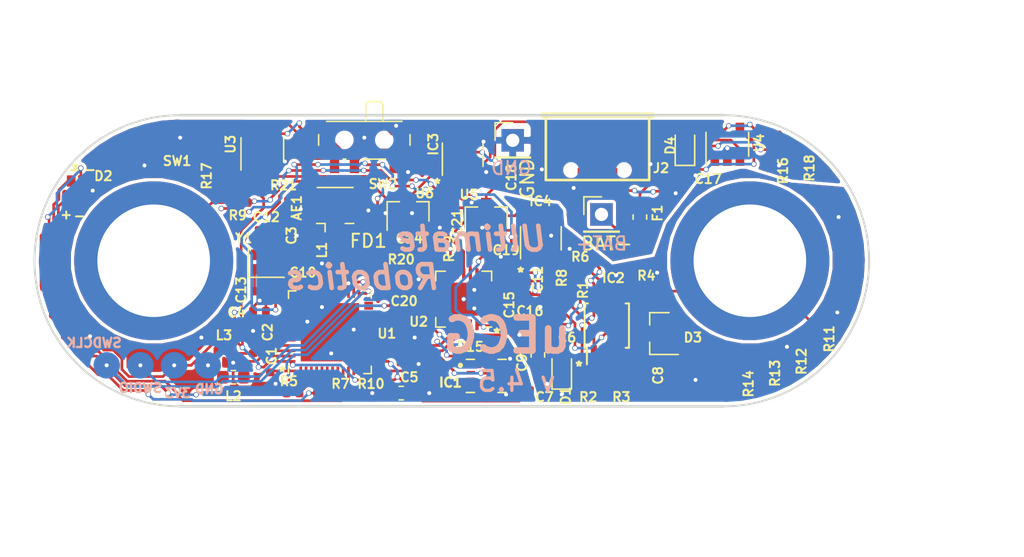
<source format=kicad_pcb>
(kicad_pcb (version 20211014) (generator pcbnew)
  (layers (0 "F.Cu" signal) (31 "B.Cu" signal) (34 "B.Paste" user) (35 "F.Paste" user) (36 "B.SilkS" user "B.Silkscreen") (37 "F.SilkS" user "F.Silkscreen") (38 "B.Mask" user) (39 "F.Mask" user) (44 "Edge.Cuts" user))
  (net 0 "")
  (net 1 "GNDA")
  (net 2 "GND")
  (net 3 "+BATT")
  (net 4 "+3V3")
  (net 5 "+3.3VA")
  (net 6 "Net-(AE1-Pad1)")
  (net 7 "SWDIO")
  (net 8 "SWDCLK")
  (net 9 "CH0+")
  (net 10 "CH0-")
  (net 11 "DR")
  (net 12 "F_CLK")
  (net 13 "CS")
  (net 14 "SCLK")
  (net 15 "Net-(R15-Pad1)")
  (net 16 "BATT_LEVEL")
  (net 17 "Net-(R17-Pad2)")
  (net 18 "BMI_CS")
  (net 19 "BMI_INT1")
  (net 20 "CH1+")
  (net 21 "Net-(E+1-Pad1)")
  (net 22 "Net-(E-1-Pad1)")
  (net 23 "Net-(R12-Pad2)")
  (net 24 "Net-(C1-Pad1)")
  (net 25 "Net-(C2-Pad1)")
  (net 26 "Net-(C3-Pad1)")
  (net 27 "Net-(C6-Pad1)")
  (net 28 "Net-(C8-Pad2)")
  (net 29 "Net-(C10-Pad1)")
  (net 30 "Net-(C12-Pad2)")
  (net 31 "Net-(C13-Pad2)")
  (net 32 "Net-(C15-Pad2)")
  (net 33 "Net-(C17-Pad2)")
  (net 34 "Net-(D2-Pad1)")
  (net 35 "Net-(D2-Pad4)")
  (net 36 "IN2")
  (net 37 "Net-(D4-Pad1)")
  (net 38 "Net-(D4-Pad2)")
  (net 39 "Net-(IC2-Pad1)")
  (net 40 "Net-(R5-Pad2)")
  (net 41 "Net-(R7-Pad2)")
  (net 42 "Net-(R10-Pad2)")
  (net 43 "Net-(R11-Pad2)")
  (net 44 "Net-(R13-Pad2)")
  (net 45 "Net-(R18-Pad1)")
  (net 46 "Net-(F1-Pad1)")
  (net 47 "Net-(F1-Pad2)")
  (net 48 "+3.3VADC")
  (net 49 "Net-(IC1-Pad2)")
  (net 50 "Net-(IC1-Pad3)")
  (net 51 "Net-(IC1-Pad9)")
  (net 52 "Net-(IC1-Pad10)")
  (net 53 "Net-(IC1-Pad11)")
  (net 54 "Net-(J2-Pad4)")
  (net 55 "Net-(J2-Pad3)")
  (net 56 "Net-(J2-Pad2)")
  (net 57 "Net-(SW2-Pad3)")
  (net 58 "Net-(U1-Pad2)")
  (net 59 "Net-(U1-Pad3)")
  (net 60 "Net-(U1-Pad5)")
  (net 61 "Net-(U1-Pad6)")
  (net 62 "Net-(U1-Pad7)")
  (net 63 "Net-(U1-Pad11)")
  (net 64 "Net-(U1-Pad24)")
  (net 65 "Net-(U1-Pad28)")
  (net 66 "Net-(U1-Pad32)")
  (net 67 "Net-(U1-Pad37)")
  (net 68 "Net-(U1-Pad40)")
  (net 69 "Net-(U1-Pad41)")
  (net 70 "Net-(U1-Pad43)")
  (net 71 "Net-(U1-Pad44)")
  (net 72 "Net-(U2-Pad9)")
  (net 73 "Net-(U2-Pad10)")
  (net 74 "Net-(U2-Pad13)")
  (net 75 "Net-(U1-Pad42)")
  (net 76 "Net-(D2-Pad3)")
  (net 77 "CIPO")
  (net 78 "COPI")
  (net 79 "+4V")
  (net 80 "Net-(IC3-Pad3)")
  (net 81 "AMP_EN")
  (net 82 "Net-(L2-Pad2)")
  (net 83 "Net-(L2-Pad1)")
  (net 84 "BT_OUT")
  (net 85 "Net-(U1-Pad22)")
  (net 86 "SYS_ON")
  (net 87 "Net-(U1-Pad38)")
  (net 88 "Net-(U1-Pad23)")
  (footprint "ultimate_library:QFN-48-1EP_6x6mm_Pitch0.4mm" (layer "F.Cu") (at 111.3 105.4 90)
    (fp_text reference "U1")
    (fp_text value "nRF52832-QFxx")
  )
  (footprint "Package_TO_SOT_SMD:TSOT-23-6" (layer "F.Cu") (at 121.3 91.99 90)
    (fp_text reference "IC3")
    (fp_text value "SIP32510DT-T1-GE3")
  )
  (footprint "ultimate_library:BTN_HY_1185" (layer "F.Cu") (at 99.704 90.932)
    (fp_text reference "SW1")
    (fp_text value "SW_Push")
  )
  (footprint "Capacitor_SMD:C_0402_1005Metric" (layer "F.Cu") (at 135.1 108.615 -90)
    (fp_text reference "C8")
    (fp_text value "100 nF")
  )
  (footprint "Capacitor_SMD:C_0402_1005Metric" (layer "F.Cu") (at 124.8 101.185 90)
    (fp_text reference "C15")
    (fp_text value "100 nF")
  )
  (footprint "Capacitor_SMD:C_0402_1005Metric" (layer "F.Cu") (at 116.585 102.1)
    (fp_text reference "C20")
    (fp_text value "100 nF")
  )
  (footprint "Capacitor_SMD:C_0402_1005Metric" (layer "F.Cu") (at 119.9 96.285 90)
    (fp_text reference "C21")
    (fp_text value "2.2 uF")
  )
  (footprint "Capacitor_SMD:C_0402_1005Metric" (layer "F.Cu") (at 117.1 99.1)
    (fp_text reference "C14")
    (fp_text value "2.2 uF")
  )
  (footprint "Capacitor_SMD:C_0402_1005Metric" (layer "F.Cu") (at 122.8 99.2)
    (fp_text reference "C19")
    (fp_text value "2.2 uF")
  )
  (footprint "Capacitor_SMD:C_0402_1005Metric" (layer "F.Cu") (at 106.415 97.7)
    (fp_text reference "C12")
    (fp_text value "12 pF")
  )
  (footprint "Capacitor_SMD:C_0402_1005Metric" (layer "F.Cu") (at 106.1 102.3 180)
    (fp_text reference "C13")
    (fp_text value "12 pF")
  )
  (footprint "Capacitor_SMD:C_0402_1005Metric" (layer "F.Cu") (at 111.215 100.9 180)
    (fp_text reference "C10")
    (fp_text value "0.8 pF")
  )
  (footprint "Capacitor_SMD:C_0402_1005Metric" (layer "F.Cu") (at 106.8 108.915 -90)
    (fp_text reference "C1")
    (fp_text value "100 nF")
  )
  (footprint "Capacitor_SMD:C_0402_1005Metric" (layer "F.Cu") (at 105.5 106.515 90)
    (fp_text reference "C2")
    (fp_text value "2.2 uF")
  )
  (footprint "Capacitor_SMD:C_0402_1005Metric" (layer "F.Cu") (at 109.4 99.2 90)
    (fp_text reference "C3")
    (fp_text value "100 pF")
  )
  (footprint "Capacitor_SMD:C_0402_1005Metric" (layer "F.Cu") (at 105.985 103.8 180)
    (fp_text reference "C4")
    (fp_text value "100 nF")
  )
  (footprint "Capacitor_SMD:C_0402_1005Metric" (layer "F.Cu") (at 128.115 104.8 180)
    (fp_text reference "C6")
    (fp_text value "2.2 uF")
  )
  (footprint "Capacitor_SMD:C_0402_1005Metric" (layer "F.Cu") (at 137.815 93.8 180)
    (fp_text reference "C17")
    (fp_text value "2.2 uF")
  )
  (footprint "Capacitor_SMD:C_0402_1005Metric" (layer "F.Cu") (at 125.185 104.9 180)
    (fp_text reference "C16")
    (fp_text value "100 nF")
  )
  (footprint "LED_SMD:LED_0603_1608Metric" (layer "F.Cu") (at 128.8 108.2125 90)
    (fp_text reference "D1")
    (fp_text value "LED RED")
  )
  (footprint "Connector_PinHeader_2.54mm:PinHeader_1x01_P2.54mm_Vertical" (layer "F.Cu") (at 142 100)
    (fp_text reference "E+1")
    (fp_text value "Conn_01x01_Male")
  )
  (footprint "Connector_PinHeader_2.54mm:PinHeader_1x01_P2.54mm_Vertical" (layer "F.Cu") (at 98 100)
    (fp_text reference "E-1")
    (fp_text value "Conn_01x01_Male")
  )
  (footprint "Connector_PinHeader_2.54mm:PinHeader_1x01_P2.54mm_Vertical" (layer "F.Cu") (at 125.1 90.9)
    (fp_text reference "J6")
    (fp_text value "Conn_01x01_Male")
  )
  (footprint "Resistor_SMD:R_0402_1005Metric" (layer "F.Cu") (at 130.8 109.3 180)
    (fp_text reference "R2")
    (fp_text value "510k")
  )
  (footprint "Resistor_SMD:R_0402_1005Metric" (layer "F.Cu") (at 133.215 109.3 180)
    (fp_text reference "R3")
    (fp_text value "200k")
  )
  (footprint "Resistor_SMD:R_0402_1005Metric" (layer "F.Cu") (at 129.4 102.815 -90)
    (fp_text reference "R1")
    (fp_text value "10R")
  )
  (footprint "Resistor_SMD:R_0402_1005Metric" (layer "F.Cu") (at 124.115 106.4)
    (fp_text reference "R15")
    (fp_text value "200k")
  )
  (footprint "Resistor_SMD:R_0402_1005Metric" (layer "F.Cu") (at 144 109.215 -90)
    (fp_text reference "R13")
    (fp_text value "10М")
  )
  (footprint "Resistor_SMD:R_0402_1005Metric" (layer "F.Cu") (at 130.385 100.7)
    (fp_text reference "R6")
    (fp_text value "22k")
  )
  (footprint "Resistor_SMD:R_0402_1005Metric" (layer "F.Cu") (at 104.615 95.6 180)
    (fp_text reference "R9")
    (fp_text value "100k")
  )
  (footprint "Resistor_SMD:R_0402_1005Metric" (layer "F.Cu") (at 127.8 102.015 90)
    (fp_text reference "R8")
    (fp_text value "10k")
  )
  (footprint "Resistor_SMD:R_0402_1005Metric" (layer "F.Cu") (at 119.1 99.085 -90)
    (fp_text reference "R19")
    (fp_text value "200k")
  )
  (footprint "Resistor_SMD:R_0402_1005Metric" (layer "F.Cu") (at 116.585 100.6 180)
    (fp_text reference "R20")
    (fp_text value "100k")
  )
  (footprint "Resistor_SMD:R_0402_1005Metric" (layer "F.Cu") (at 110.815 110)
    (fp_text reference "R7")
    (fp_text value "2k")
  )
  (footprint "Resistor_SMD:R_0402_1005Metric" (layer "F.Cu") (at 113.015 110.2)
    (fp_text reference "R10")
    (fp_text value "2k")
  )
  (footprint "Package_TO_SOT_SMD:SOT-23" (layer "F.Cu") (at 123.1 96.7 90)
    (fp_text reference "U5")
    (fp_text value "XC6206P332MR_SOT23")
  )
  (footprint "Package_TO_SOT_SMD:SOT-23" (layer "F.Cu") (at 117.2 96.3 90)
    (fp_text reference "U6")
    (fp_text value "XC6206P302MR_SOT23")
  )
  (footprint "Resistor_SMD:R_0402_1005Metric" (layer "F.Cu") (at 141.8 109.615 -90)
    (fp_text reference "R14")
    (fp_text value "10М")
  )
  (footprint "ultimate_library:PQFN50P300X250X88-14N" (layer "F.Cu") (at 123.1 108.7)
    (fp_text reference "IC1")
    (fp_text value "BMI160")
  )
  (footprint "Capacitor_SMD:C_0402_1005Metric" (layer "F.Cu") (at 126.2 102.085 -90)
    (fp_text reference "C11")
    (fp_text value "10 nF")
  )
  (footprint "Package_DFN_QFN:QFN-20-1EP_4x4mm_P0.5mm_EP2.5x2.5mm" (layer "F.Cu") (at 121.4 102.9 180)
    (fp_text reference "U2")
    (fp_text value "MCP3911(QFN)")
  )
  (footprint "Resistor_SMD:R_0402_1005Metric" (layer "F.Cu") (at 108.515 110)
    (fp_text reference "R5")
    (fp_text value "2k")
  )
  (footprint "LED_SMD:LED_0603_1608Metric" (layer "F.Cu") (at 138.1 91.3125 90)
    (fp_text reference "D4")
    (fp_text value "LED GREEN")
  )
  (footprint "ultimate_library:GND_CONN" (layer "F.Cu") (at 121.3 96)
    (fp_text reference "GC1")
    (fp_text value "GND_CONN")
  )
  (footprint "Resistor_SMD:R_0402_1005Metric" (layer "F.Cu") (at 135.185 102.3)
    (fp_text reference "R4")
    (fp_text value "100k")
  )
  (footprint "Resistor_SMD:R_0402_1005Metric" (layer "F.Cu") (at 147.9 106.815 -90)
    (fp_text reference "R11")
    (fp_text value "10М")
  )
  (footprint "Resistor_SMD:R_0402_1005Metric" (layer "F.Cu") (at 145.9 108.315 -90)
    (fp_text reference "R12")
    (fp_text value "10М")
  )
  (footprint "Resistor_SMD:R_0402_1005Metric" (layer "F.Cu") (at 144.8 91.3 90)
    (fp_text reference "R16")
    (fp_text value "2k")
  )
  (footprint "Resistor_SMD:R_0402_1005Metric" (layer "F.Cu") (at 146.5 92.285 -90)
    (fp_text reference "R18")
    (fp_text value "9.1k")
  )
  (footprint "Fuse:Fuse_0603_1608Metric" (layer "F.Cu") (at 134.7 96.7 -90)
    (fp_text reference "F1")
    (fp_text value "PTC Fuse 0.25A")
  )
  (footprint "Pin_Headers:Pin_Header_Straight_1x01_Pitch2.54mm" (layer "F.Cu") (at 131.8 96.5)
    (fp_text reference "J5")
    (fp_text value "Conn_01x01_Male")
  )
  (footprint "Package_TO_SOT_SMD:SOT-23-5" (layer "F.Cu") (at 141.3 91.2 90)
    (fp_text reference "U4")
    (fp_text value "MCP73831-2-OT")
  )
  (footprint "Package_TO_SOT_SMD:SOT-23" (layer "F.Cu") (at 136.2 105.5 180)
    (fp_text reference "D3")
    (fp_text value "BAV99-E3-08")
  )
  (footprint "ultimate_library:conn_usb_B_micro_smd_our" (layer "F.Cu") (at 131.5 91 180)
    (fp_text reference "J2")
    (fp_text value "USB_B_Micro")
  )
  (footprint "Button_Switch_SMD:SW_SPDT_PCM12" (layer "F.Cu") (at 113.9 91.2 180)
    (fp_text reference "SW2")
    (fp_text value "SW_SPDT")
  )
  (footprint "Crystal:Crystal_SMD_2016-4Pin_2.0x1.6mm" (layer "F.Cu") (at 106.5 100.1)
    (fp_text reference "Y1")
    (fp_text value "32MHz")
  )
  (footprint "Capacitor_SMD:C_0402_1005Metric" (layer "F.Cu") (at 123.9 93.785 -90)
    (fp_text reference "C18")
    (fp_text value "2.2 uF")
  )
  (footprint "Connector_Coaxial:U.FL_Hirose_U.FL-R-SMT-1_Vertical" (layer "F.Cu") (at 111.7 96.3 90)
    (fp_text reference "AE1")
    (fp_text value "Antenna_Shield")
  )
  (footprint "Package_TO_SOT_SMD:TSOT-23-6" (layer "F.Cu") (at 127.2 98.3 90)
    (fp_text reference "IC4")
    (fp_text value "SIP32510DT-T1-GE3")
  )
  (footprint "Inductor_SMD:L_0603_1608Metric" (layer "F.Cu") (at 104.0125 108.8 180)
    (fp_text reference "L2")
    (fp_text value "10 uH")
  )
  (footprint "Inductor_SMD:L_0402_1005Metric" (layer "F.Cu") (at 103.3 106.8)
    (fp_text reference "L3")
    (fp_text value "15 nH")
  )
  (footprint "Resistor_SMD:R_0402_1005Metric" (layer "F.Cu") (at 103.1 93.585 -90)
    (fp_text reference "R17")
    (fp_text value "22k")
  )
  (footprint "Resistor_SMD:R_0402_1005Metric" (layer "F.Cu") (at 105.685 94.4)
    (fp_text reference "R21")
    (fp_text value "100k")
  )
  (footprint "Package_TO_SOT_SMD:SOT-23-5" (layer "F.Cu") (at 106.2 91.6 90)
    (fp_text reference "U3")
    (fp_text value "74AHC1G32")
  )
  (footprint "Inductor_SMD:L_0402_1005Metric" (layer "F.Cu") (at 111.7 99.385 -90)
    (fp_text reference "L1")
    (fp_text value "3.9 nH")
  )
  (footprint "Package_SO:MSOP-8_3x3mm_P0.65mm" (layer "F.Cu") (at 132.2 104.9 90)
    (fp_text reference "IC2")
    (fp_text value "AD8606ARMZ")
  )
  (footprint "Capacitor_SMD:C_0402_1005Metric" (layer "F.Cu") (at 125.915 109.8)
    (fp_text reference "C7")
    (fp_text value "100 nF")
  )
  (footprint "Fiducial:Fiducial_1mm_Dia_2mm_Outer" (layer "F.Cu") (at 114.3 100.3)
    (fp_text reference "FD1")
    (fp_text value "Fiducial_1mm_Dia_2mm_Outer")
  )
  (footprint "ultimate_library:LED_RGB_0603" (layer "F.Cu") (at 92.2 94.7)
    (fp_text reference "D2")
    (fp_text value "LED_RABG")
  )
  (footprint "Capacitor_SMD:C_0603_1608Metric" (layer "F.Cu") (at 116.6875 110)
    (fp_text reference "C5")
    (fp_text value "10 uF")
  )
  (footprint "Capacitor_SMD:C_0603_1608Metric" (layer "F.Cu") (at 127 107.1125 90)
    (fp_text reference "C9")
    (fp_text value "10 uF")
  )
  (footprint "ultimate_library:SWD_POGO" (layer "B.Cu") (at 98.27 107.9 -90)
    (fp_text reference "SC1")
    (fp_text value "SWD_POGO")
  )
  (gr_line (start 100 89) (end 141 89) (layer "Edge.Cuts") (width 0.2))
  (gr_arc (start 100 111) (mid 89 100) (end 100 89) (layer "Edge.Cuts") (width 0.15))
  (gr_arc (start 141 89) (mid 152 100) (end 141 111) (layer "Edge.Cuts") (width 0.15))
  (gr_line (start 100 111) (end 141 111) (layer "Edge.Cuts") (width 0.2))
  (gr_text "BAT+" (at 131.8 98.7) (layer "B.SilkS") (effects (font (size 1 1)) (justify mirror)))
  (gr_text "Ultimate\n            Robotics" (at 122.01 99.79) (layer "B.SilkS") (effects (font (size 1.8 1.8) (thickness 0.35) italic) (justify mirror)))
  (gr_text "uECG" (at 124.68 105.65) (layer "B.SilkS") (effects (font (size 2.5 2.5) (thickness 0.5)) (justify mirror)))
  (gr_text "v 4.5" (at 125.39 109.11) (layer "B.SilkS") (effects (font (size 1.5 1.5) (thickness 0.25)) (justify mirror)))
  (gr_text "GND" (at 125 93) (layer "B.SilkS") (effects (font (size 1 1)) (justify mirror)))
  (gr_text "GND" (at 126.2 93.8 90) (layer "F.SilkS") (effects (font (size 1 1))))
  (gr_text "*" (at 130.1 108) (layer "F.SilkS") (effects (font (size 0.7 0.7) (thickness 0.175))))
  (gr_text "*" (at 125.7 100.9) (layer "F.SilkS") (effects (font (size 0.7 0.7) (thickness 0.175))))
  (gr_text "*" (at 123.9 105.5) (layer "F.SilkS") (effects (font (size 0.7 0.7) (thickness 0.175))))
  (gr_text "BAT+" (at 132.2 98.7) (layer "F.SilkS") (effects (font (size 1 1))))
  (gr_text "*" (at 92.1 93.1) (layer "F.SilkS") (effects (font (size 0.7 0.7) (thickness 0.175))))
  (gr_text "*" (at 107.7 108.4) (layer "F.SilkS") (effects (font (size 0.7 0.7) (thickness 0.175))))
  (gr_text "*" (at 119.4 94.2) (layer "F.SilkS") (effects (font (size 0.7 0.7) (thickness 0.175))))
  (gr_text "-" (at 92 93.1) (layer "F.SilkS") (effects (font (size 0.7 0.7))))
  (gr_text "-" (at 93.2 93.1) (layer "F.SilkS") (effects (font (size 0.7 0.7))))
  (gr_text "-" (at 92.4 96.6) (layer "F.SilkS") (effects (font (size 0.7 0.7))))
  (gr_text "+" (at 91.4 96.5) (layer "F.SilkS") (effects (font (size 0.7 0.7))))
  (segment (start 122.4 101.9) (end 121.4 102.9) (width 0.2) (layer "F.Cu") (net 1))
  (segment (start 124.57 101.9) (end 124.8 101.67) (width 0.2) (layer "F.Cu") (net 1))
  (segment (start 118.87219 94.95001) (end 118.529289 94.607109) (width 0.2) (layer "F.Cu") (net 1))
  (segment (start 127.6 108.275) (end 127.6 109.2) (width 0.2) (layer "F.Cu") (net 1))
  (segment (start 117.501591 94.362011) (end 116.060935 94.362011) (width 0.2) (layer "F.Cu") (net 1))
  (segment (start 105.2 96.3) (end 103.84999 96.3) (width 0.2) (layer "F.Cu") (net 1))
  (segment (start 122 95.6) (end 122 95.450001) (width 0.2) (layer "F.Cu") (net 1))
  (segment (start 122.8 97.5) (end 122.35 97.5) (width 0.2) (layer "F.Cu") (net 1))
  (segment (start 125.67 104.9) (end 125.67 105.53) (width 0.2) (layer "F.Cu") (net 1))
  (segment (start 122.15 97.7) (end 122.15 99.035) (width 0.2) (layer "F.Cu") (net 1))
  (segment (start 120.855022 94.95001) (end 118.87219 94.95001) (width 0.2) (layer "F.Cu") (net 1))
  (segment (start 114.054538 92.746418) (end 113.946683 92.638563) (width 0.2) (layer "F.Cu") (net 1))
  (segment (start 121.8 95.8) (end 122 95.6) (width 0.2) (layer "F.Cu") (net 1))
  (segment (start 123.3375 101.9) (end 122.4 101.9) (width 0.2) (layer "F.Cu") (net 1))
  (segment (start 128.15 97.95) (end 128 98.1) (width 0.2) (layer "F.Cu") (net 1))
  (segment (start 135.1 108.13) (end 134.87 108.13) (width 0.2) (layer "F.Cu") (net 1))
  (segment (start 121.900009 95.35001) (end 121.255022 95.35001) (width 0.2) (layer "F.Cu") (net 1))
  (segment (start 134.87 108.13) (end 133.7 109.3) (width 0.2) (layer "F.Cu") (net 1))
  (segment (start 125.67 105.53) (end 125.6 105.6) (width 0.2) (layer "F.Cu") (net 1))
  (segment (start 121.9 100.9625) (end 121.9 99.615) (width 0.2) (layer "F.Cu") (net 1))
  (segment (start 121.8 96) (end 121.8 95.8) (width 0.2) (layer "F.Cu") (net 1))
  (segment (start 122.35 97.5) (end 122.15 97.7) (width 0.2) (layer "F.Cu") (net 1))
  (segment (start 115.27044 92.746418) (end 114.054538 92.746418) (width 0.2) (layer "F.Cu") (net 1))
  (segment (start 103.84999 96.3) (end 103.59999 96.05) (width 0.2) (layer "F.Cu") (net 1))
  (segment (start 116.060935 94.362011) (end 116.048924 94.35) (width 0.2) (layer "F.Cu") (net 1))
  (segment (start 127.6 109.2) (end 127.7 109.3) (width 0.2) (layer "F.Cu") (net 1))
  (segment (start 103.59999 96.05) (end 103.1 96.05) (width 0.2) (layer "F.Cu") (net 1))
  (segment (start 121.9 100.9625) (end 121.9 102.4) (width 0.2) (layer "F.Cu") (net 1))
  (segment (start 121.9 102.4) (end 121.4 102.9) (width 0.2) (layer "F.Cu") (net 1))
  (segment (start 122 95.450001) (end 121.900009 95.35001) (width 0.2) (layer "F.Cu") (net 1))
  (segment (start 121.9 99.615) (end 122.315 99.2) (width 0.2) (layer "F.Cu") (net 1))
  (segment (start 128.15 96.99) (end 128.15 97.95) (width 0.2) (layer "F.Cu") (net 1))
  (segment (start 133.175 107.1) (end 133.175 108.775) (width 0.2) (layer "F.Cu") (net 1))
  (segment (start 123.3375 101.9) (end 124.57 101.9) (width 0.2) (layer "F.Cu") (net 1))
  (segment (start 122.15 99.035) (end 122.315 99.2) (width 0.2) (layer "F.Cu") (net 1))
  (segment (start 121.255022 95.35001) (end 121.25502 95.350008) (width 0.2) (layer "F.Cu") (net 1))
  (segment (start 133.175 108.775) (end 133.7 109.3) (width 0.2) (layer "F.Cu") (net 1))
  (segment (start 121.25502 95.350008) (end 120.855022 94.95001) (width 0.2) (layer "F.Cu") (net 1))
  (segment (start 110.4 92.730001) (end 108.6 92.730001) (width 0.2) (layer "F.Cu") (net 1))
  (via (at 122.2 102.2) (size 0.4) (drill 0.3) (layers "F.Cu" "B.Cu") (net 1))
  (via (at 122.2 103.6) (size 0.4) (drill 0.3) (layers "F.Cu" "B.Cu") (net 1))
  (via (at 121.4 102.9) (size 0.4) (drill 0.3) (layers "F.Cu" "B.Cu") (net 1))
  (via (at 124.2 99.7) (size 0.4) (drill 0.3) (layers "F.Cu" "B.Cu") (net 1))
  (via (at 117.501591 94.362011) (size 0.4) (drill 0.3) (layers "F.Cu" "B.Cu") (net 1))
  (via (at 149.7 96.7) (size 0.4) (drill 0.3) (layers "F.Cu" "B.Cu") (net 1))
  (via (at 127.2 103.5) (size 0.4) (drill 0.3) (layers "F.Cu" "B.Cu") (net 1))
  (via (at 127.7 109.3) (size 0.4) (drill 0.3) (layers "F.Cu" "B.Cu") (net 1))
  (via (at 129.4 99.1) (size 0.4) (drill 0.3) (layers "F.Cu" "B.Cu") (net 1))
  (via (at 132.9 101.1) (size 0.4) (drill 0.3) (layers "F.Cu" "B.Cu") (net 1))
  (via (at 113.946683 92.638563) (size 0.4) (drill 0.3) (layers "F.Cu" "B.Cu") (net 1))
  (via (at 128 98.1) (size 0.4) (drill 0.3) (layers "F.Cu" "B.Cu") (net 1))
  (via (at 145.8 106.5) (size 0.4) (drill 0.3) (layers "F.Cu" "B.Cu") (net 1))
  (via (at 149.6 103.9) (size 0.4) (drill 0.3) (layers "F.Cu" "B.Cu") (net 1))
  (via (at 105.2 96.3) (size 0.4) (drill 0.3) (layers "F.Cu" "B.Cu") (net 1))
  (via (at 110.4 92.730001) (size 0.4) (drill 0.3) (layers "F.Cu" "B.Cu") (net 1))
  (via (at 128.8 110.1) (size 0.4) (drill 0.3) (layers "F.Cu" "B.Cu") (net 1))
  (via (at 116.048924 94.35) (size 0.4) (drill 0.3) (layers "F.Cu" "B.Cu") (net 1))
  (via (at 115.27044 92.746418) (size 0.4) (drill 0.3) (layers "F.Cu" "B.Cu") (net 1))
  (via (at 136 100.9) (size 0.4) (drill 0.3) (layers "F.Cu" "B.Cu") (net 1))
  (via (at 122 95.6) (size 0.4) (drill 0.3) (layers "F.Cu" "B.Cu") (net 1))
  (via (at 108.6 92.730001) (size 0.4) (drill 0.3) (layers "F.Cu" "B.Cu") (net 1))
  (via (at 125.6 105.6) (size 0.4) (drill 0.3) (layers "F.Cu" "B.Cu") (net 1))
  (via (at 103.1 96.05) (size 0.4) (drill 0.3) (layers "F.Cu" "B.Cu") (net 1))
  (via (at 118.529289 94.607109) (size 0.4) (drill 0.3) (layers "F.Cu" "B.Cu") (net 1))
  (via (at 138.9 109) (size 0.4) (drill 0.3) (layers "F.Cu" "B.Cu") (net 1))
  (via (at 122.8 97.5) (size 0.4) (drill 0.3) (layers "F.Cu" "B.Cu") (net 1))
  (segment (start 122 95.6) (end 122.8 96.4) (width 0.2) (layer "B.Cu") (net 1))
  (segment (start 108.016001 94.550001) (end 107.616003 94.949999) (width 0.2) (layer "B.Cu") (net 1))
  (segment (start 108.799999 92.93) (end 108.799999 93.766003) (width 0.2) (layer "B.Cu") (net 1))
  (segment (start 113.946683 92.638563) (end 113.661437 92.638563) (width 0.2) (layer "B.Cu") (net 1))
  (segment (start 105.549999 95.950001) (end 105.2 96.3) (width 0.2) (layer "B.Cu") (net 1))
  (segment (start 116.048924 93.524902) (end 115.27044 92.746418) (width 0.2) (layer "B.Cu") (net 1))
  (segment (start 107.015992 95.85001) (end 106.916001 95.950001) (width 0.2) (layer "B.Cu") (net 1))
  (segment (start 122.8 96.4) (end 122.8 97.5) (width 0.2) (layer "B.Cu") (net 1))
  (segment (start 118.529289 94.607109) (end 117.746689 94.607109) (width 0.2) (layer "B.Cu") (net 1))
  (segment (start 107.616003 94.949999) (end 107.616003 95.249999) (width 0.2) (layer "B.Cu") (net 1))
  (segment (start 116.048924 94.35) (end 116.048924 93.524902) (width 0.2) (layer "B.Cu") (net 1))
  (segment (start 106.916001 95.950001) (end 105.549999 95.950001) (width 0.2) (layer "B.Cu") (net 1))
  (segment (start 107.616003 95.249999) (end 107.015992 95.85001) (width 0.2) (layer "B.Cu") (net 1))
  (segment (start 108.799999 93.766003) (end 108.016001 94.550001) (width 0.2) (layer "B.Cu") (net 1))
  (segment (start 113.470009 92.829991) (end 113.370019 92.730001) (width 0.2) (layer "B.Cu") (net 1))
  (segment (start 117.746689 94.607109) (end 117.501591 94.362011) (width 0.2) (layer "B.Cu") (net 1))
  (segment (start 113.661437 92.638563) (end 113.470009 92.829991) (width 0.2) (layer "B.Cu") (net 1))
  (segment (start 113.370019 92.730001) (end 110.4 92.730001) (width 0.2) (layer "B.Cu") (net 1))
  (segment (start 108.6 92.730001) (end 108.799999 92.93) (width 0.2) (layer "B.Cu") (net 1))
  (segment (start 123.95 110.1) (end 124.6 110.1) (width 0.2) (layer "F.Cu") (net 2))
  (segment (start 110.73 100.23) (end 110.7 100.2) (width 0.2) (layer "F.Cu") (net 2))
  (segment (start 116.615 100.085) (end 116.1 100.6) (width 0.2) (layer "F.Cu") (net 2))
  (segment (start 112.7 102.475) (end 112.7 101.7) (width 0.2) (layer "F.Cu") (net 2))
  (segment (start 130.19952 94.00048) (end 129.7 94.5) (width 0.2) (layer "F.Cu") (net 2))
  (segment (start 108.375 106.4) (end 105.87 106.4) (width 0.2) (layer "F.Cu") (net 2))
  (segment (start 123.6 109.6) (end 123.6 109.75) (width 0.2) (layer "F.Cu") (net 2))
  (segment (start 104.387082 109.52501) (end 104 109.137928) (width 0.2) (layer "F.Cu") (net 2))
  (segment (start 106.585 102.3) (end 106.585 102.415) (width 0.2) (layer "F.Cu") (net 2))
  (segment (start 105.5 103.8) (end 105.5 103.5) (width 0.2) (layer "F.Cu") (net 2))
  (segment (start 122.58 90.68) (end 122.9 91) (width 0.2) (layer "F.Cu") (net 2))
  (segment (start 123.80001 110.24999) (end 123.95 110.1) (width 0.2) (layer "F.Cu") (net 2))
  (segment (start 107.1 109.4) (end 107.2 109.3) (width 0.2) (layer "F.Cu") (net 2))
  (segment (start 111.1 102.475) (end 111.1 101.27) (width 0.2) (layer "F.Cu") (net 2))
  (segment (start 130.19952 93.67462) (end 130.19952 94.00048) (width 0.2) (layer "F.Cu") (net 2))
  (segment (start 146.5 92.77) (end 145.23 92.77) (width 0.2) (layer "F.Cu") (net 2))
  (segment (start 124.9 109.8) (end 124.6 110.1) (width 0.2) (layer "F.Cu") (net 2))
  (segment (start 138.3 94) (end 137.4 94.9) (width 0.2) (layer "F.Cu") (net 2))
  (segment (start 105.8 99.55) (end 105.8 99.2) (width 0.2) (layer "F.Cu") (net 2))
  (segment (start 125.43 109.8) (end 124.9 109.8) (width 0.2) (layer "F.Cu") (net 2))
  (segment (start 105.5 106.03) (end 105.5 105.3) (width 0.2) (layer "F.Cu") (net 2))
  (segment (start 107.2 100.65) (end 107.05 100.65) (width 0.2) (layer "F.Cu") (net 2))
  (segment (start 107.15 92.7) (end 107.7 92.7) (width 0.2) (layer "F.Cu") (net 2))
  (segment (start 138.65 93.8) (end 138.9 93.55) (width 0.2) (layer "F.Cu") (net 2))
  (segment (start 116.1 102.1) (end 116.1 100.6) (width 0.2) (layer "F.Cu") (net 2))
  (segment (start 120.67 96) (end 119.9 96.77) (width 0.2) (layer "F.Cu") (net 2))
  (segment (start 138.3 93.8) (end 138.3 94) (width 0.2) (layer "F.Cu") (net 2))
  (segment (start 104 109.137928) (end 104 107.7) (width 0.2) (layer "F.Cu") (net 2))
  (segment (start 123.1 110) (end 123.34999 110.24999) (width 0.2) (layer "F.Cu") (net 2))
  (segment (start 105.87 106.4) (end 105.5 106.03) (width 0.2) (layer "F.Cu") (net 2))
  (segment (start 107.05 100.65) (end 105.95 99.55) (width 0.2) (layer "F.Cu") (net 2))
  (segment (start 111.1 105.2) (end 111.3 105.4) (width 0.2) (layer "F.Cu") (net 2))
  (segment (start 106.67499 109.52501) (end 104.387082 109.52501) (width 0.2) (layer "F.Cu") (net 2))
  (segment (start 141.3 92.3) (end 141.3 91.5) (width 0.2) (layer "F.Cu") (net 2))
  (segment (start 138.3 93.8) (end 138.65 93.8) (width 0.2) (layer "F.Cu") (net 2))
  (segment (start 121.4 100.9625) (end 121.4 99.3) (width 0.2) (layer "F.Cu") (net 2))
  (segment (start 123.34999 110.24999) (end 123.80001 110.24999) (width 0.2) (layer "F.Cu") (net 2))
  (segment (start 116.615 99.1) (end 116.615 98.515) (width 0.2) (layer "F.Cu") (net 2))
  (segment (start 106.8 109.4) (end 107.1 109.4) (width 0.2) (layer "F.Cu") (net 2))
  (segment (start 105.8 97.83) (end 105.93 97.7) (width 0.2) (layer "F.Cu") (net 2))
  (segment (start 106.17 94.4) (end 107 94.4) (width 0.2) (layer "F.Cu") (net 2))
  (segment (start 108.375 106.4) (end 110.3 106.4) (width 0.2) (layer "F.Cu") (net 2))
  (segment (start 105.95 99.55) (end 105.8 99.55) (width 0.2) (layer "F.Cu") (net 2))
  (segment (start 111.1 102.475) (end 111.1 105.2) (width 0.2) (layer "F.Cu") (net 2))
  (segment (start 107.7 92.7) (end 107.9 92.5) (width 0.2) (layer "F.Cu") (net 2))
  (segment (start 116.615 99.1) (end 116.615 100.085) (width 0.2) (layer "F.Cu") (net 2))
  (segment (start 109.4 98.715) (end 109.4 98.7) (width 0.2) (layer "F.Cu") (net 2))
  (segment (start 121.4 99.3) (end 119.6 97.5) (width 0.2) (layer "F.Cu") (net 2))
  (segment (start 110.73 100.9) (end 110.73 100.23) (width 0.2) (layer "F.Cu") (net 2))
  (segment (start 116.615 99.1) (end 116.615 97.665) (width 0.2) (layer "F.Cu") (net 2))
  (segment (start 110.3 106.4) (end 111.3 105.4) (width 0.2) (layer "F.Cu") (net 2))
  (segment (start 107 94.4) (end 107.1 94.3) (width 0.2) (layer "F.Cu") (net 2))
  (segment (start 116.615 97.665) (end 116.25 97.3) (width 0.2) (layer "F.Cu") (net 2))
  (segment (start 116.615 98.515) (end 116.5 98.4) (width 0.2) (layer "F.Cu") (net 2))
  (segment (start 109.4 98.7) (end 108.8 98.1) (width 0.2) (layer "F.Cu") (net 2))
  (segment (start 105.8 99.55) (end 105.8 97.83) (width 0.2) (layer "F.Cu") (net 2))
  (segment (start 123.9 93.3) (end 123.1 93.3) (width 0.2) (layer "F.Cu") (net 2))
  (segment (start 119.9 97.2) (end 119.6 97.5) (width 0.2) (layer "F.Cu") (net 2))
  (segment (start 123.6 109.75) (end 123.95 110.1) (width 0.2) (layer "F.Cu") (net 2))
  (segment (start 145.23 92.77) (end 145.2 92.8) (width 0.2) (layer "F.Cu") (net 2))
  (segment (start 105.8 99.2) (end 105.1 98.5) (width 0.2) (layer "F.Cu") (net 2))
  (segment (start 106.585 102.415) (end 106 103) (width 0.2) (layer "F.Cu") (net 2))
  (segment (start 120.8 96) (end 120.67 96) (width 0.2) (layer "F.Cu") (net 2))
  (segment (start 119.9 96.77) (end 119.9 97.2) (width 0.2) (layer "F.Cu") (net 2))
  (segment (start 123.1 109.6) (end 123.1 110) (width 0.2) (layer "F.Cu") (net 2))
  (segment (start 106.8 109.4) (end 106.67499 109.52501) (width 0.2) (layer "F.Cu") (net 2))
  (segment (start 111.1 101.27) (end 110.73 100.9) (width 0.2) (layer "F.Cu") (net 2))
  (segment (start 105.5 103.5) (end 106 103) (width 0.2) (layer "F.Cu") (net 2))
  (segment (start 122.25 90.68) (end 122.58 90.68) (width 0.2) (layer "F.Cu") (net 2))
  (via (at 109.6 104.6) (size 0.4) (drill 0.3) (layers "F.Cu" "B.Cu") (net 2))
  (via (at 110.7 103.5) (size 0.4) (drill 0.3) (layers "F.Cu" "B.Cu") (net 2))
  (via (at 113.1 105.2) (size 0.4) (drill 0.3) (layers "F.Cu" "B.Cu") (net 2))
  (via (at 111.4 107) (size 0.4) (drill 0.3) (layers "F.Cu" "B.Cu") (net 2))
  (via (at 114.5 110) (size 0.4) (drill 0.3) (layers "F.Cu" "B.Cu") (net 2))
  (via (at 93.4 94.7) (size 0.4) (drill 0.3) (layers "F.Cu" "B.Cu") (net 2))
  (via (at 135.5 92.7) (size 0.4) (drill 0.3) (layers "F.Cu" "B.Cu") (net 2))
  (via (at 114.2 96.2) (size 0.4) (drill 0.3) (layers "F.Cu" "B.Cu") (net 2))
  (via (at 100 90.7) (size 0.4) (drill 0.3) (layers "F.Cu" "B.Cu") (net 2))
  (via (at 117.2 93.3) (size 0.4) (drill 0.3) (layers "F.Cu" "B.Cu") (net 2))
  (via (at 123.1 93.3) (size 0.4) (drill 0.3) (layers "F.Cu" "B.Cu") (net 2))
  (via (at 145.2 92.8) (size 0.4) (drill 0.3) (layers "F.Cu" "B.Cu") (net 2))
  (via (at 105.5 105.3) (size 0.4) (drill 0.3) (layers "F.Cu" "B.Cu") (net 2))
  (via (at 138.9 93.55) (size 0.4) (drill 0.3) (layers "F.Cu" "B.Cu") (net 2))
  (via (at 118 101.4) (size 0.4) (drill 0.3) (layers "F.Cu" "B.Cu") (net 2))
  (via (at 137.4 94.9) (size 0.4) (drill 0.3) (layers "F.Cu" "B.Cu") (net 2))
  (via (at 107.9 92.5) (size 0.4) (drill 0.3) (layers "F.Cu" "B.Cu") (net 2))
  (via (at 115.5 96.4) (size 0.4) (drill 0.3) (layers "F.Cu" "B.Cu") (net 2))
  (via (at 117.7 105.8) (size 0.4) (drill 0.3) (layers "F.Cu" "B.Cu") (net 2))
  (via (at 106 103) (size 0.4) (drill 0.3) (layers "F.Cu" "B.Cu") (net 2))
  (via (at 109.1 96.1) (size 0.4) (drill 0.3) (layers "F.Cu" "B.Cu") (net 2))
  (via (at 110.7 100.2) (size 0.4) (drill 0.3) (layers "F.Cu" "B.Cu") (net 2))
  (via (at 113.9 90.7) (size 0.4) (drill 0.3) (layers "F.Cu" "B.Cu") (net 2))
  (via (at 107.1 94.3) (size 0.4) (drill 0.3) (layers "F.Cu" "B.Cu") (net 2))
  (via (at 97.3 92.8) (size 0.4) (drill 0.3) (layers "F.Cu" "B.Cu") (net 2))
  (via (at 107.2 109.3) (size 0.4) (drill 0.3) (layers "F.Cu" "B.Cu") (net 2))
  (via (at 104 107.7) (size 0.4) (drill 0.3) (layers "F.Cu" "B.Cu") (net 2))
  (via (at 124.9 107.4) (size 0.4) (drill 0.3) (layers "F.Cu" "B.Cu") (net 2))
  (via (at 101.6 105.8) (size 0.4) (drill 0.3) (layers "F.Cu" "B.Cu") (net 2))
  (via (at 118 107.8) (size 0.4) (drill 0.3) (layers "F.Cu" "B.Cu") (net 2))
  (via (at 119.6 97.5) (size 0.4) (drill 0.3) (layers "F.Cu" "B.Cu") (net 2))
  (via (at 102.1 107.9) (size 0.4) (drill 0.3) (layers "F.Cu" "B.Cu") (net 2))
  (via (at 129.7 94.5) (size 0.4) (drill 0.3) (layers "F.Cu" "B.Cu") (net 2))
  (via (at 124.6 110.1) (size 0.4) (drill 0.3) (layers "F.Cu" "B.Cu") (net 2))
  (via (at 116.5 98.4) (size 0.4) (drill 0.3) (layers "F.Cu" "B.Cu") (net 2))
  (via (at 117.5 96.4) (size 0.4) (drill 0.3) (layers "F.Cu" "B.Cu") (net 2))
  (via (at 112.7 101.7) (size 0.4) (drill 0.3) (layers "F.Cu" "B.Cu") (net 2))
  (via (at 93.2 105.7) (size 0.4) (drill 0.3) (layers "F.Cu" "B.Cu") (net 2))
  (via (at 127.3 93.1) (size 0.4) (drill 0.3) (layers "F.Cu" "B.Cu") (net 2))
  (via (at 105.1 98.5) (size 0.4) (drill 0.3) (layers "F.Cu" "B.Cu") (net 2))
  (via (at 108.8 98.1) (size 0.4) (drill 0.3) (layers "F.Cu" "B.Cu") (net 2))
  (via (at 118.8 110) (size 0.4) (drill 0.3) (layers "F.Cu" "B.Cu") (net 2))
  (via (at 116.3 89.8) (size 0.4) (drill 0.3) (layers "F.Cu" "B.Cu") (net 2))
  (via (at 141.3 91.5) (size 0.4) (drill 0.3) (layers "F.Cu" "B.Cu") (net 2))
  (via (at 122.9 91) (size 0.4) (drill 0.3) (layers "F.Cu" "B.Cu") (net 2))
  (segment (start 138.9 93.55) (end 138.9 93.233998) (width 0.2) (layer "B.Cu") (net 2))
  (segment (start 141.019998 91.780002) (end 141.3 91.5) (width 0.2) (layer "B.Cu") (net 2))
  (segment (start 138.9 93.233998) (end 140.353996 91.780002) (width 0.2) (layer "B.Cu") (net 2))
  (segment (start 140.353996 91.780002) (end 141.019998 91.780002) (width 0.2) (layer "B.Cu") (net 2))
  (segment (start 120.35 93.3) (end 121.3 93.3) (width 0.2) (layer "F.Cu") (net 3))
  (segment (start 123.9 94.27) (end 121.46 94.27) (width 0.2) (layer "F.Cu") (net 3))
  (segment (start 119.2 93.3) (end 117.2 95.3) (width 0.2) (layer "F.Cu") (net 3))
  (segment (start 121.3 94.11) (end 121.3 93.3) (width 0.2) (layer "F.Cu") (net 3))
  (segment (start 120.35 93.3) (end 119.2 93.3) (width 0.2) (layer "F.Cu") (net 3))
  (segment (start 117.7 95.8) (end 117.2 95.3) (width 0.2) (layer "F.Cu") (net 3))
  (segment (start 119.1 98.6) (end 119.1 96.6) (width 0.2) (layer "F.Cu") (net 3))
  (segment (start 119.1 96.6) (end 119.9 95.8) (width 0.2) (layer "F.Cu") (net 3))
  (segment (start 119.9 95.8) (end 117.7 95.8) (width 0.2) (layer "F.Cu") (net 3))
  (segment (start 123.1 95.07) (end 123.9 94.27) (width 0.2) (layer "F.Cu") (net 3))
  (segment (start 121.46 94.27) (end 121.3 94.11) (width 0.2) (layer "F.Cu") (net 3))
  (segment (start 123.1 95.7) (end 123.1 95.07) (width 0.2) (layer "F.Cu") (net 3))
  (segment (start 114.25 94) (end 108.6 94) (width 0.2) (layer "F.Cu") (net 4))
  (segment (start 91.25003 103.765066) (end 91.25003 102.365066) (width 0.2) (layer "F.Cu") (net 4))
  (segment (start 107.2 102.567166) (end 107.233583 102.533583) (width 0.2) (layer "F.Cu") (net 4))
  (segment (start 99.55 107.9) (end 98.70003 108.74997) (width 0.2) (layer "F.Cu") (net 4))
  (segment (start 91.15003 96.04997) (end 91.775 95.425) (width 0.2) (layer "F.Cu") (net 4))
  (segment (start 109.1 102.475) (end 107.292166 102.475) (width 0.2) (layer "F.Cu") (net 4))
  (segment (start 117.475 110) (end 117.7 110) (width 0.2) (layer "F.Cu") (net 4))
  (segment (start 94.239957 106.749979) (end 93.989958 106.49998) (width 0.2) (layer "F.Cu") (net 4))
  (segment (start 124.6 106.1) (end 125.5 107) (width 0.2) (layer "F.Cu") (net 4))
  (segment (start 107.1 107.6) (end 107 107.7) (width 0.2) (layer "F.Cu") (net 4))
  (segment (start 90.55003 98.534934) (end 91.15003 97.934934) (width 0.2) (layer "F.Cu") (net 4))
  (segment (start 125.5 107) (end 125.5 108.7) (width 0.2) (layer "F.Cu") (net 4))
  (segment (start 90.55003 101.665066) (end 90.55003 98.534934) (width 0.2) (layer "F.Cu") (net 4))
  (segment (start 94.955957 106.749979) (end 94.239957 106.749979) (width 0.2) (layer "F.Cu") (net 4))
  (segment (start 123.1 110.6) (end 125.6 110.6) (width 0.2) (layer "F.Cu") (net 4))
  (segment (start 117.585 97.865) (end 118.15 97.3) (width 0.2) (layer "F.Cu") (net 4))
  (segment (start 99.55 107.9) (end 100.832834 107.9) (width 0.2) (layer "F.Cu") (net 4))
  (segment (start 125.6 110.6) (end 126.4 109.8) (width 0.2) (layer "F.Cu") (net 4))
  (segment (start 106.647834 107.7) (end 106.316174 108.03166) (width 0.2) (layer "F.Cu") (net 4))
  (segment (start 107.5 95.6) (end 106.4 96.7) (width 0.2) (layer "F.Cu") (net 4))
  (segment (start 107.292166 102.475) (end 107.233583 102.533583) (width 0.2) (layer "F.Cu") (net 4))
  (segment (start 121.9 105.25) (end 122.25 105.6) (width 0.2) (layer "F.Cu") (net 4))
  (segment (start 104.7 105) (end 104.1 104.4) (width 0.2) (layer "F.Cu") (net 4))
  (segment (start 104.7 106.55) (end 104.7 105) (width 0.2) (layer "F.Cu") (net 4))
  (segment (start 106.316174 108.03166) (end 105.909326 108.03166) (width 0.2) (layer "F.Cu") (net 4))
  (segment (start 124.25 109.45) (end 124.75 109.45) (width 0.2) (layer "F.Cu") (net 4))
  (segment (start 95.600021 108.210045) (end 95.600021 107.394043) (width 0.2) (layer "F.Cu") (net 4))
  (segment (start 107.2 103.7) (end 107.2 102.567166) (width 0.2) (layer "F.Cu") (net 4))
  (segment (start 92.15003 105.360054) (end 92.15003 104.665066) (width 0.2) (layer "F.Cu") (net 4))
  (segment (start 107.233583 102.533583) (end 106.47 103.297166) (width 0.2) (layer "F.Cu") (net 4))
  (segment (start 117.9 110.2) (end 116.475 108.775) (width 0.2) (layer "F.Cu") (net 4))
  (segment (start 122.25 105.6) (end 124.1 105.6) (width 0.2) (layer "F.Cu") (net 4))
  (segment (start 118.3 110.6) (end 117.9 110.2) (width 0.2) (layer "F.Cu") (net 4))
  (segment (start 107.5 95.1) (end 107.5 95.6) (width 0.2) (layer "F.Cu") (net 4))
  (segment (start 124.6 106.4) (end 124.6 106.1) (width 0.2) (layer "F.Cu") (net 4))
  (segment (start 107 107.7) (end 106.647834 107.7) (width 0.2) (layer "F.Cu") (net 4))
  (segment (start 115.9 107.8) (end 115.7 107.6) (width 0.2) (layer "F.Cu") (net 4))
  (segment (start 121.9 104.8375) (end 121.9 105.25) (width 0.2) (layer "F.Cu") (net 4))
  (segment (start 104.37999 106.22999) (end 104.7 106.55) (width 0.2) (layer "F.Cu") (net 4))
  (segment (start 108.375 107.6) (end 108.375 107.75) (width 0.2) (layer "F.Cu") (net 4))
  (segment (start 126.4 109.8) (end 126.4 109.6) (width 0.2) (layer "F.Cu") (net 4))
  (segment (start 98.70003 108.74997) (end 96.139946 108.74997) (width 0.2) (layer "F.Cu") (net 4))
  (segment (start 113.2 109.000002) (end 116.174998 109.000002) (width 0.2) (layer "F.Cu") (net 4))
  (segment (start 95.600021 107.394043) (end 94.955957 106.749979) (width 0.2) (layer "F.Cu") (net 4))
  (segment (start 118.15 97.3) (end 117.55 97.3) (width 0.2) (layer "F.Cu") (net 4))
  (segment (start 96.139946 108.74997) (end 95.600021 108.210045) (width 0.2) (layer "F.Cu") (net 4))
  (segment (start 104.1 104.4) (end 104.1 103.9) (width 0.2) (layer "F.Cu") (net 4))
  (segment (start 92.15003 104.665066) (end 91.25003 103.765066) (width 0.2) (layer "F.Cu") (net 4))
  (segment (start 102.502844 106.22999) (end 104.37999 106.22999) (width 0.2) (layer "F.Cu") (net 4))
  (segment (start 108.375 107.6) (end 107.1 107.6) (width 0.2) (layer "F.Cu") (net 4))
  (segment (start 108.375 107.75) (end 108.5 107.875) (width 0.2) (layer "F.Cu") (net 4))
  (segment (start 123.1 110.6) (end 118.3 110.6) (width 0.2) (layer "F.Cu") (net 4))
  (segment (start 106.47 103.297166) (end 106.47 103.8) (width 0.2) (layer "F.Cu") (net 4))
  (segment (start 91.25003 102.365066) (end 90.55003 101.665066) (width 0.2) (layer "F.Cu") (net 4))
  (segment (start 124.1 105.6) (end 124.6 106.1) (width 0.2) (layer "F.Cu") (net 4))
  (segment (start 122.6 110.1) (end 123.1 110.6) (width 0.2) (layer "F.Cu") (net 4))
  (segment (start 122.6 109.6) (end 122.6 110.1) (width 0.2) (layer "F.Cu") (net 4))
  (segment (start 124.75 109.45) (end 125.5 108.7) (width 0.2) (layer "F.Cu") (net 4))
  (segment (start 100.832834 107.9) (end 102.502844 106.22999) (width 0.2) (layer "F.Cu") (net 4))
  (segment (start 93.289956 106.49998) (end 92.15003 105.360054) (width 0.2) (layer "F.Cu") (net 4))
  (segment (start 116.475 108.775) (end 116.4 108.775) (width 0.2) (layer "F.Cu") (net 4))
  (segment (start 117.585 99.1) (end 117.585 97.865) (width 0.2) (layer "F.Cu") (net 4))
  (segment (start 117.7 110) (end 117.9 110.2) (width 0.2) (layer "F.Cu") (net 4))
  (segment (start 126.4 109.6) (end 125.5 108.7) (width 0.2) (layer "F.Cu") (net 4))
  (segment (start 108.6 94) (end 107.5 95.1) (width 0.2) (layer "F.Cu") (net 4))
  (segment (start 91.15003 97.934934) (end 91.15003 96.04997) (width 0.2) (layer "F.Cu") (net 4))
  (segment (start 117.55 97.3) (end 114.25 94) (width 0.2) (layer "F.Cu") (net 4))
  (segment (start 93.989958 106.49998) (end 93.289956 106.49998) (width 0.2) (layer "F.Cu") (net 4))
  (segment (start 115.7 107.6) (end 114.225 107.6) (width 0.2) (layer "F.Cu") (net 4))
  (segment (start 116.174998 109.000002) (end 116.4 108.775) (width 0.2) (layer "F.Cu") (net 4))
  (via (at 108.5 107.875) (size 0.4) (drill 0.3) (layers "F.Cu" "B.Cu") (net 4))
  (via (at 99.55 107.9) (size 0.4) (drill 0.3) (layers "F.Cu" "B.Cu") (net 4))
  (via (at 107.2 103.7) (size 0.4) (drill 0.3) (layers "F.Cu" "B.Cu") (net 4))
  (via (at 113.2 109.000002) (size 0.4) (drill 0.3) (layers "F.Cu" "B.Cu") (net 4))
  (via (at 105.909326 108.03166) (size 0.4) (drill 0.3) (layers "F.Cu" "B.Cu") (net 4))
  (via (at 115.9 107.8) (size 0.4) (drill 0.3) (layers "F.Cu" "B.Cu") (net 4))
  (via (at 106.4 96.7) (size 0.4) (drill 0.3) (layers "F.Cu" "B.Cu") (net 4))
  (via (at 104.7 106.55) (size 0.4) (drill 0.3) (layers "F.Cu" "B.Cu") (net 4))
  (via (at 104.1 103.9) (size 0.4) (drill 0.3) (layers "F.Cu" "B.Cu") (net 4))
  (via (at 116.4 108.775) (size 0.4) (drill 0.3) (layers "F.Cu" "B.Cu") (net 4))
  (segment (start 105.4 103) (end 105.4 103.4) (width 0.2) (layer "B.Cu") (net 4))
  (segment (start 104.649999 98.749999) (end 105.4 99.5) (width 0.2) (layer "B.Cu") (net 4))
  (segment (start 105.4 99.5) (end 105.4 103) (width 0.2) (layer "B.Cu") (net 4))
  (segment (start 105.909326 107.759326) (end 104.7 106.55) (width 0.2) (layer "B.Cu") (net 4))
  (segment (start 105.909326 108.03166) (end 105.909326 107.759326) (width 0.2) (layer "B.Cu") (net 4))
  (segment (start 116.4 108.3) (end 115.9 107.8) (width 0.2) (layer "B.Cu") (net 4))
  (segment (start 108.5 107.875) (end 112.074998 107.875) (width 0.2) (layer "B.Cu") (net 4))
  (segment (start 104.5 103.9) (end 105.4 103) (width 0.2) (layer "B.Cu") (net 4))
  (segment (start 106.4 96.7) (end 106.117158 96.7) (width 0.2) (layer "B.Cu") (net 4))
  (segment (start 105.7 103.7) (end 107.2 103.7) (width 0.2) (layer "B.Cu") (net 4))
  (segment (start 105.4 103.4) (end 105.7 103.7) (width 0.2) (layer "B.Cu") (net 4))
  (segment (start 116.4 108.775) (end 116.4 108.3) (width 0.2) (layer "B.Cu") (net 4))
  (segment (start 112.074998 107.875) (end 113.2 109.000002) (width 0.2) (layer "B.Cu") (net 4))
  (segment (start 104.1 103.9) (end 104.5 103.9) (width 0.2) (layer "B.Cu") (net 4))
  (segment (start 104.649999 98.167159) (end 104.649999 98.749999) (width 0.2) (layer "B.Cu") (net 4))
  (segment (start 106.117158 96.7) (end 104.649999 98.167159) (width 0.2) (layer "B.Cu") (net 4))
  (segment (start 127.48 100.7) (end 127.2 100.42) (width 0.2) (layer "F.Cu") (net 5))
  (segment (start 141.8 110.1) (end 134.594988 110.1) (width 0.2) (layer "F.Cu") (net 5))
  (segment (start 131.225 102.7) (end 131.225 104.175) (width 0.2) (layer "F.Cu") (net 5))
  (segment (start 129.245002 99.9) (end 128.445002 100.7) (width 0.2) (layer "F.Cu") (net 5))
  (segment (start 130.331801 109.283199) (end 130.315 109.3) (width 0.2) (layer "F.Cu") (net 5))
  (segment (start 128.445002 100.7) (end 127.48 100.7) (width 0.2) (layer "F.Cu") (net 5))
  (segment (start 131.653199 100.846801) (end 131.653199 100.563959) (width 0.2) (layer "F.Cu") (net 5))
  (segment (start 127.2 100.42) (end 127.2 99.61) (width 0.2) (layer "F.Cu") (net 5))
  (segment (start 134.594988 110.1) (end 134.474968 110.22002) (width 0.2) (layer "F.Cu") (net 5))
  (segment (start 131.225 104.175) (end 131.068199 104.331801) (width 0.2) (layer "F.Cu") (net 5))
  (segment (start 131.225 101.725) (end 131 101.5) (width 0.2) (layer "F.Cu") (net 5))
  (segment (start 131.23502 110.22002) (end 130.315 109.3) (width 0.2) (layer "F.Cu") (net 5))
  (segment (start 130.98924 99.9) (end 129.245002 99.9) (width 0.2) (layer "F.Cu") (net 5))
  (segment (start 130.331801 104.868199) (end 130.331801 109.283199) (width 0.2) (layer "F.Cu") (net 5))
  (segment (start 126.25 99.61) (end 127.2 99.61) (width 0.2) (layer "F.Cu") (net 5))
  (segment (start 131.653199 100.563959) (end 130.98924 99.9) (width 0.2) (layer "F.Cu") (net 5))
  (segment (start 131.225 102.7) (end 131.225 101.725) (width 0.2) (layer "F.Cu") (net 5))
  (segment (start 134.474968 110.22002) (end 131.23502 110.22002) (width 0.2) (layer "F.Cu") (net 5))
  (via (at 130.331801 104.868199) (size 0.4) (drill 0.3) (layers "F.Cu" "B.Cu") (net 5))
  (via (at 131.653199 100.846801) (size 0.4) (drill 0.3) (layers "F.Cu" "B.Cu") (net 5))
  (via (at 131 101.5) (size 0.4) (drill 0.3) (layers "F.Cu" "B.Cu") (net 5))
  (via (at 131.068199 104.331801) (size 0.4) (drill 0.3) (layers "F.Cu" "B.Cu") (net 5))
  (segment (start 131.068199 104.331801) (end 130.868199 104.331801) (width 0.2) (layer "B.Cu") (net 5))
  (segment (start 130.868199 104.331801) (end 130.331801 104.868199) (width 0.2) (layer "B.Cu") (net 5))
  (segment (start 131 101.5) (end 131.653199 100.846801) (width 0.2) (layer "B.Cu") (net 5))
  (segment (start 111.7 98.9) (end 111.7 97.35) (width 0.4) (layer "F.Cu") (net 6))
  (segment (start 113.1 102.475) (end 113.1 101.95) (width 0.2) (layer "F.Cu") (net 7))
  (segment (start 113.1 101.95) (end 113.45 101.6) (width 0.2) (layer "F.Cu") (net 7))
  (segment (start 113.45 101.6) (end 113.8 101.6) (width 0.2) (layer "F.Cu") (net 7))
  (via (at 113.8 101.6) (size 0.4) (drill 0.3) (layers "F.Cu" "B.Cu") (net 7))
  (via (at 97 107.9) (size 0.4) (drill 0.3) (layers "F.Cu" "B.Cu") (net 7))
  (segment (start 113.8 101.905012) (end 109.305032 106.39998) (width 0.2) (layer "B.Cu") (net 7))
  (segment (start 103.080003 108.749999) (end 102.680001 109.150001) (width 0.2) (layer "B.Cu") (net 7))
  (segment (start 98.250001 109.150001) (end 97 107.9) (width 0.2) (layer "B.Cu") (net 7))
  (segment (start 113.8 101.6) (end 113.8 101.905012) (width 0.2) (layer "B.Cu") (net 7))
  (segment (start 109.305032 106.39998) (end 108.305032 106.39998) (width 0.2) (layer "B.Cu") (net 7))
  (segment (start 108.305032 106.39998) (end 105.955013 108.749999) (width 0.2) (layer "B.Cu") (net 7))
  (segment (start 105.955013 108.749999) (end 103.080003 108.749999) (width 0.2) (layer "B.Cu") (net 7))
  (segment (start 102.680001 109.150001) (end 98.250001 109.150001) (width 0.2) (layer "B.Cu") (net 7))
  (segment (start 113.5 102.475) (end 114.025 102.475) (width 0.2) (layer "F.Cu") (net 8))
  (segment (start 114.025 102.475) (end 114.2 102.3) (width 0.2) (layer "F.Cu") (net 8))
  (via (at 94.45 107.9) (size 0.4) (drill 0.3) (layers "F.Cu" "B.Cu") (net 8))
  (via (at 114.2 102.3) (size 0.4) (drill 0.3) (layers "F.Cu" "B.Cu") (net 8))
  (segment (start 96.060011 109.500011) (end 94.46 107.9) (width 0.2) (layer "B.Cu") (net 8))
  (segment (start 109.45001 106.74999) (end 108.45001 106.74999) (width 0.2) (layer "B.Cu") (net 8))
  (segment (start 102.824979 109.500011) (end 96.060011 109.500011) (width 0.2) (layer "B.Cu") (net 8))
  (segment (start 108.45001 106.74999) (end 106.099991 109.100009) (width 0.2) (layer "B.Cu") (net 8))
  (segment (start 113.9 102.3) (end 109.45001 106.74999) (width 0.2) (layer "B.Cu") (net 8))
  (segment (start 103.224981 109.100009) (end 102.824979 109.500011) (width 0.2) (layer "B.Cu") (net 8))
  (segment (start 106.099991 109.100009) (end 103.224981 109.100009) (width 0.2) (layer "B.Cu") (net 8))
  (segment (start 114.2 102.3) (end 113.9 102.3) (width 0.2) (layer "B.Cu") (net 8))
  (segment (start 128.8 105.97) (end 127.63 104.8) (width 0.2) (layer "F.Cu") (net 9))
  (segment (start 127.2 104.8) (end 126.3 103.9) (width 0.2) (layer "F.Cu") (net 9))
  (segment (start 128.8 107.425) (end 128.8 105.97) (width 0.2) (layer "F.Cu") (net 9))
  (segment (start 126.3 103.9) (end 123.3375 103.9) (width 0.2) (layer "F.Cu") (net 9))
  (segment (start 127.63 104.8) (end 127.2 104.8) (width 0.2) (layer "F.Cu") (net 9))
  (segment (start 127.95001 102.65001) (end 127.8 102.5) (width 0.2) (layer "F.Cu") (net 10))
  (segment (start 129.8 104.733998) (end 127.8 102.733998) (width 0.2) (layer "F.Cu") (net 10))
  (segment (start 105.1 95.6) (end 105.5 95.6) (width 0.2) (layer "F.Cu") (net 10))
  (segment (start 135.2 105.5) (end 132.1 105.5) (width 0.2) (layer "F.Cu") (net 10))
  (segment (start 118.918199 94.218199) (end 119.3 94.6) (width 0.2) (layer "F.Cu") (net 10))
  (segment (start 126.2 102.57) (end 126.53 102.57) (width 0.2) (layer "F.Cu") (net 10))
  (segment (start 106.8 95.4) (end 106.8 95.305012) (width 0.2) (layer "F.Cu") (net 10))
  (segment (start 105.5 95.6) (end 105.6 95.5) (width 0.2) (layer "F.Cu") (net 10))
  (segment (start 127.8 102.733998) (end 127.8 102.5) (width 0.2) (layer "F.Cu") (net 10))
  (segment (start 123.3375 102.9) (end 125.87 102.9) (width 0.2) (layer "F.Cu") (net 10))
  (segment (start 126.8 102.3) (end 126.53 102.57) (width 0.2) (layer "F.Cu") (net 10))
  (segment (start 127.73 102.57) (end 127.8 102.5) (width 0.2) (layer "F.Cu") (net 10))
  (segment (start 129.4 102.33) (end 127.97 102.33) (width 0.2) (layer "F.Cu") (net 10))
  (segment (start 113.850002 93.180001) (end 115.149999 93.180001) (width 0.2) (layer "F.Cu") (net 10))
  (segment (start 121 94.6) (end 121.4 95) (width 0.2) (layer "F.Cu") (net 10))
  (segment (start 129.8 106.6) (end 129.8 104.733998) (width 0.2) (layer "F.Cu") (net 10))
  (segment (start 107.8 94.305012) (end 107.8 94.1) (width 0.2) (layer "F.Cu") (net 10))
  (segment (start 115.869998 93.9) (end 117.8 93.9) (width 0.2) (layer "F.Cu") (net 10))
  (segment (start 125 99.745002) (end 126.154998 100.9) (width 0.2) (layer "F.Cu") (net 10))
  (segment (start 125.37 103.4) (end 126.2 102.57) (width 0.2) (layer "F.Cu") (net 10))
  (segment (start 125 98.2) (end 125 99.745002) (width 0.2) (layer "F.Cu") (net 10))
  (segment (start 125.87 102.9) (end 126.2 102.57) (width 0.2) (layer "F.Cu") (net 10))
  (segment (start 115.149999 93.180001) (end 115.869998 93.9) (width 0.2) (layer "F.Cu") (net 10))
  (segment (start 108.2 93.180001) (end 110.8 93.180001) (width 0.2) (layer "F.Cu") (net 10))
  (segment (start 126.154998 100.9) (end 126.8 100.9) (width 0.2) (layer "F.Cu") (net 10))
  (segment (start 132.1 105.5) (end 131.8 105.8) (width 0.2) (layer "F.Cu") (net 10))
  (segment (start 119.3 94.6) (end 121 94.6) (width 0.2) (layer "F.Cu") (net 10))
  (segment (start 121.4 95) (end 122.2 95) (width 0.2) (layer "F.Cu") (net 10))
  (segment (start 126.53 102.57) (end 127.73 102.57) (width 0.2) (layer "F.Cu") (net 10))
  (segment (start 123.3375 103.4) (end 125.37 103.4) (width 0.2) (layer "F.Cu") (net 10))
  (segment (start 127.97 102.33) (end 127.8 102.5) (width 0.2) (layer "F.Cu") (net 10))
  (segment (start 106.8 95.305012) (end 107.8 94.305012) (width 0.2) (layer "F.Cu") (net 10))
  (via (at 106.8 95.4) (size 0.4) (drill 0.3) (layers "F.Cu" "B.Cu") (net 10))
  (via (at 129.8 106.6) (size 0.4) (drill 0.3) (layers "F.Cu" "B.Cu") (net 10))
  (via (at 108.2 93.180001) (size 0.4) (drill 0.3) (layers "F.Cu" "B.Cu") (net 10))
  (via (at 110.8 93.180001) (size 0.4) (drill 0.3) (layers "F.Cu" "B.Cu") (net 10))
  (via (at 125 98.2) (size 0.4) (drill 0.3) (layers "F.Cu" "B.Cu") (net 10))
  (via (at 126.8 102.3) (size 0.4) (drill 0.3) (layers "F.Cu" "B.Cu") (net 10))
  (via (at 122.2 95) (size 0.4) (drill 0.3) (layers "F.Cu" "B.Cu") (net 10))
  (via (at 131.8 105.8) (size 0.4) (drill 0.3) (layers "F.Cu" "B.Cu") (net 10))
  (via (at 118.918199 94.218199) (size 0.4) (drill 0.3) (layers "F.Cu" "B.Cu") (net 10))
  (via (at 105.6 95.5) (size 0.4) (drill 0.3) (layers "F.Cu" "B.Cu") (net 10))
  (via (at 117.8 93.9) (size 0.4) (drill 0.3) (layers "F.Cu" "B.Cu") (net 10))
  (via (at 113.850002 93.180001) (size 0.4) (drill 0.3) (layers "F.Cu" "B.Cu") (net 10))
  (via (at 107.8 94.1) (size 0.4) (drill 0.3) (layers "F.Cu" "B.Cu") (net 10))
  (via (at 126.8 100.9) (size 0.4) (drill 0.3) (layers "F.Cu" "B.Cu") (net 10))
  (segment (start 126.8 100.9) (end 126.8 102.3) (width 0.2) (layer "B.Cu") (net 10))
  (segment (start 117.8 93.9) (end 118.6 93.9) (width 0.2) (layer "B.Cu") (net 10))
  (segment (start 110.8 93.180001) (end 113.850002 93.180001) (width 0.2) (layer "B.Cu") (net 10))
  (segment (start 131 106.6) (end 129.8 106.6) (width 0.2) (layer "B.Cu") (net 10))
  (segment (start 123.7 95) (end 125 96.3) (width 0.2) (layer "B.Cu") (net 10))
  (segment (start 122.2 95) (end 123.7 95) (width 0.2) (layer "B.Cu") (net 10))
  (segment (start 107.8 93.580001) (end 108.2 93.180001) (width 0.2) (layer "B.Cu") (net 10))
  (segment (start 118.6 93.9) (end 118.918199 94.218199) (width 0.2) (layer "B.Cu") (net 10))
  (segment (start 105.6 95.5) (end 106.7 95.5) (width 0.2) (layer "B.Cu") (net 10))
  (segment (start 106.7 95.5) (end 106.8 95.4) (width 0.2) (layer "B.Cu") (net 10))
  (segment (start 125 96.3) (end 125 98.2) (width 0.2) (layer "B.Cu") (net 10))
  (segment (start 131.1 106.5) (end 131 106.6) (width 0.2) (layer "B.Cu") (net 10))
  (segment (start 107.8 94.1) (end 107.8 93.580001) (width 0.2) (layer "B.Cu") (net 10))
  (segment (start 131.8 105.8) (end 131.1 106.5) (width 0.2) (layer "B.Cu") (net 10))
  (segment (start 116.365066 104.14997) (end 116.805042 104.14997) (width 0.2) (layer "F.Cu") (net 11))
  (segment (start 115.715036 104.8) (end 116.365066 104.14997) (width 0.2) (layer "F.Cu") (net 11))
  (segment (start 119.055012 101.9) (end 119.4625 101.9) (width 0.2) (layer "F.Cu") (net 11))
  (segment (start 114.225 104.8) (end 115.715036 104.8) (width 0.2) (layer "F.Cu") (net 11))
  (segment (start 116.805042 104.14997) (end 119.055012 101.9) (width 0.2) (layer "F.Cu") (net 11))
  (segment (start 119.05 102.4) (end 119.4625 102.4) (width 0.2) (layer "F.Cu") (net 12))
  (segment (start 116.95002 104.49998) (end 119.05 102.4) (width 0.2) (layer "F.Cu") (net 12))
  (segment (start 116.510044 104.49998) (end 116.95002 104.49998) (width 0.2) (layer "F.Cu") (net 12))
  (segment (start 115.810024 105.2) (end 116.510044 104.49998) (width 0.2) (layer "F.Cu") (net 12))
  (segment (start 114.225 105.2) (end 115.810024 105.2) (width 0.2) (layer "F.Cu") (net 12))
  (segment (start 115.905012 105.6) (end 116.655022 104.84999) (width 0.2) (layer "F.Cu") (net 13))
  (segment (start 118.6 103.85) (end 119.05 103.4) (width 0.2) (layer "F.Cu") (net 13))
  (segment (start 117.75001 104.84999) (end 118.6 104) (width 0.2) (layer "F.Cu") (net 13))
  (segment (start 116.655022 104.84999) (end 117.75001 104.84999) (width 0.2) (layer "F.Cu") (net 13))
  (segment (start 119.05 103.4) (end 119.4625 103.4) (width 0.2) (layer "F.Cu") (net 13))
  (segment (start 118.6 104) (end 118.6 103.85) (width 0.2) (layer "F.Cu") (net 13))
  (segment (start 114.225 105.6) (end 115.905012 105.6) (width 0.2) (layer "F.Cu") (net 13))
  (segment (start 116.8 105.2) (end 118.1625 105.2) (width 0.2) (layer "F.Cu") (net 14))
  (segment (start 116 106) (end 116.8 105.2) (width 0.2) (layer "F.Cu") (net 14))
  (segment (start 118.1625 105.2) (end 119.4625 103.9) (width 0.2) (layer "F.Cu") (net 14))
  (segment (start 119.195704 105.2) (end 118.1625 105.2) (width 0.2) (layer "F.Cu") (net 14))
  (segment (start 122.131801 106.331801) (end 121.168199 106.331801) (width 0.2) (layer "F.Cu") (net 14))
  (segment (start 123.1 107.8) (end 123.1 107.3) (width 0.2) (layer "F.Cu") (net 14))
  (segment (start 114.225 106) (end 116 106) (width 0.2) (layer "F.Cu") (net 14))
  (segment (start 123.1 107.3) (end 122.131801 106.331801) (width 0.2) (layer "F.Cu") (net 14))
  (segment (start 119.573926 105.578222) (end 119.195704 105.2) (width 0.2) (layer "F.Cu") (net 14))
  (via (at 119.573926 105.578222) (size 0.4) (drill 0.3) (layers "F.Cu" "B.Cu") (net 14))
  (via (at 121.168199 106.331801) (size 0.4) (drill 0.3) (layers "F.Cu" "B.Cu") (net 14))
  (segment (start 121.168199 106.331801) (end 120.327505 106.331801) (width 0.2) (layer "B.Cu") (net 14))
  (segment (start 120.327505 106.331801) (end 119.573926 105.578222) (width 0.2) (layer "B.Cu") (net 14))
  (segment (start 121.581791 105.981791) (end 123.211791 105.981791) (width 0.2) (layer "F.Cu") (net 15))
  (segment (start 121.4 104.8375) (end 121.4 105.8) (width 0.2) (layer "F.Cu") (net 15))
  (segment (start 123.211791 105.981791) (end 123.63 106.4) (width 0.2) (layer "F.Cu") (net 15))
  (segment (start 121.4 105.8) (end 121.581791 105.981791) (width 0.2) (layer "F.Cu") (net 15))
  (segment (start 110.3 108.325) (end 110.3 108.85) (width 0.2) (layer "F.Cu") (net 16))
  (segment (start 118.07 100.6) (end 119.1 99.57) (width 0.2) (layer "F.Cu") (net 16))
  (segment (start 117.07 102.1) (end 117.07 100.6) (width 0.2) (layer "F.Cu") (net 16))
  (segment (start 115.77 103.4) (end 117.07 102.1) (width 0.2) (layer "F.Cu") (net 16))
  (segment (start 110.15 109) (end 108.2 109) (width 0.2) (layer "F.Cu") (net 16))
  (segment (start 117.07 100.6) (end 118.07 100.6) (width 0.2) (layer "F.Cu") (net 16))
  (segment (start 115.4 103.4) (end 115.77 103.4) (width 0.2) (layer "F.Cu") (net 16))
  (segment (start 108.2 109) (end 108 109) (width 0.2) (layer "F.Cu") (net 16))
  (segment (start 108 109) (end 107.9 108.9) (width 0.2) (layer "F.Cu") (net 16))
  (segment (start 110.3 108.85) (end 110.15 109) (width 0.2) (layer "F.Cu") (net 16))
  (via (at 107.9 108.9) (size 0.4) (drill 0.3) (layers "F.Cu" "B.Cu") (net 16))
  (via (at 115.4 103.4) (size 0.4) (drill 0.3) (layers "F.Cu" "B.Cu") (net 16))
  (segment (start 113.3 103.4) (end 115.4 103.4) (width 0.2) (layer "B.Cu") (net 16))
  (segment (start 108.2 108.241002) (end 108.049999 108.091001) (width 0.2) (layer "B.Cu") (net 16))
  (segment (start 108.049999 107.658999) (end 108.608998 107.1) (width 0.2) (layer "B.Cu") (net 16))
  (segment (start 109.6 107.1) (end 113.3 103.4) (width 0.2) (layer "B.Cu") (net 16))
  (segment (start 108.608998 107.1) (end 109.6 107.1) (width 0.2) (layer "B.Cu") (net 16))
  (segment (start 107.9 108.9) (end 108.2 108.6) (width 0.2) (layer "B.Cu") (net 16))
  (segment (start 108.049999 108.091001) (end 108.049999 107.658999) (width 0.2) (layer "B.Cu") (net 16))
  (segment (start 108.2 108.6) (end 108.2 108.241002) (width 0.2) (layer "B.Cu") (net 16))
  (segment (start 105.97001 94.97001) (end 105.857844 94.97001) (width 0.2) (layer "F.Cu") (net 17))
  (segment (start 107.25 104.6) (end 105.1 104.6) (width 0.2) (layer "F.Cu") (net 17))
  (segment (start 105.1 104.6) (end 104.6 104.1) (width 0.2) (layer "F.Cu") (net 17))
  (segment (start 106.3 96) (end 106.3 95.3) (width 0.2) (layer "F.Cu") (net 17))
  (segment (start 108.375 104) (end 107.85 104) (width 0.2) (layer "F.Cu") (net 17))
  (segment (start 103.1 94.07) (end 104.87 94.07) (width 0.2) (layer "F.Cu") (net 17))
  (segment (start 104.87 94.07) (end 105.2 94.4) (width 0.2) (layer "F.Cu") (net 17))
  (segment (start 104.6 97.7) (end 106.3 96) (width 0.2) (layer "F.Cu") (net 17))
  (segment (start 106.3 95.3) (end 105.97001 94.97001) (width 0.2) (layer "F.Cu") (net 17))
  (segment (start 104.6 104.1) (end 104.6 97.7) (width 0.2) (layer "F.Cu") (net 17))
  (segment (start 107.85 104) (end 107.25 104.6) (width 0.2) (layer "F.Cu") (net 17))
  (segment (start 105.287834 94.4) (end 105.2 94.4) (width 0.2) (layer "F.Cu") (net 17))
  (segment (start 105.857844 94.97001) (end 105.287834 94.4) (width 0.2) (layer "F.Cu") (net 17))
  (segment (start 114.225 107.2) (end 119.533998 107.2) (width 0.2) (layer "F.Cu") (net 18))
  (segment (start 122.7 108.5) (end 123.4 108.5) (width 0.2) (layer "F.Cu") (net 18))
  (segment (start 123.6 108.3) (end 123.6 107.8) (width 0.2) (layer "F.Cu") (net 18))
  (segment (start 119.533998 107.2) (end 120.7 108.366002) (width 0.2) (layer "F.Cu") (net 18))
  (segment (start 120.7 108.366002) (end 120.7 108.5) (width 0.2) (layer "F.Cu") (net 18))
  (segment (start 123.4 108.5) (end 123.6 108.3) (width 0.2) (layer "F.Cu") (net 18))
  (via (at 120.7 108.5) (size 0.4) (drill 0.3) (layers "F.Cu" "B.Cu") (net 18))
  (via (at 122.7 108.5) (size 0.4) (drill 0.3) (layers "F.Cu" "B.Cu") (net 18))
  (segment (start 120.7 108.5) (end 122.7 108.5) (width 0.2) (layer "B.Cu") (net 18))
  (segment (start 113.5 108.325) (end 119.025 108.325) (width 0.2) (layer "F.Cu") (net 19))
  (segment (start 120.15 109.45) (end 121.95 109.45) (width 0.2) (layer "F.Cu") (net 19))
  (segment (start 119.025 108.325) (end 120.15 109.45) (width 0.2) (layer "F.Cu") (net 19))
  (segment (start 123.3375 102.4) (end 125.4 102.4) (width 0.2) (layer "F.Cu") (net 20))
  (segment (start 127.8 101.53) (end 126.27 101.53) (width 0.2) (layer "F.Cu") (net 20))
  (segment (start 125.4 102.4) (end 126.2 101.6) (width 0.2) (layer "F.Cu") (net 20))
  (segment (start 126.27 101.53) (end 126.2 101.6) (width 0.2) (layer "F.Cu") (net 20))
  (segment (start 127.8 101.53) (end 129.07 101.53) (width 0.2) (layer "F.Cu") (net 20))
  (segment (start 129.07 101.53) (end 129.9 100.7) (width 0.2) (layer "F.Cu") (net 20))
  (segment (start 140.7 102.3) (end 143 100) (width 0.2) (layer "F.Cu") (net 21))
  (segment (start 135.67 102.3) (end 140.7 102.3) (width 0.2) (layer "F.Cu") (net 21))
  (segment (start 147.9 106.33) (end 147.9 104.9) (width 0.2) (layer "F.Cu") (net 21))
  (segment (start 147.9 104.9) (end 143 100) (width 0.2) (layer "F.Cu") (net 21))
  (segment (start 104.13 95.6) (end 102.4 95.6) (width 0.2) (layer "F.Cu") (net 22))
  (segment (start 102.4 95.6) (end 98 100) (width 0.2) (layer "F.Cu") (net 22))
  (segment (start 145.83 108.73) (end 145.9 108.8) (width 0.2) (layer "F.Cu") (net 23))
  (segment (start 144 108.73) (end 145.83 108.73) (width 0.2) (layer "F.Cu") (net 23))
  (segment (start 109.1 108.325) (end 106.905 108.325) (width 0.2) (layer "F.Cu") (net 24))
  (segment (start 106.905 108.325) (end 106.8 108.43) (width 0.2) (layer "F.Cu") (net 24))
  (segment (start 105.5 107) (end 103.985 107) (width 0.2) (layer "F.Cu") (net 25))
  (segment (start 105.7 106.8) (end 105.5 107) (width 0.2) (layer "F.Cu") (net 25))
  (segment (start 103.985 107) (end 103.785 106.8) (width 0.2) (layer "F.Cu") (net 25))
  (segment (start 108.375 106.8) (end 105.7 106.8) (width 0.2) (layer "F.Cu") (net 25))
  (segment (start 110.3 102.475) (end 110.3 101.605012) (width 0.2) (layer "F.Cu") (net 26))
  (segment (start 109.8 101.1) (end 109.4 100.7) (width 0.2) (layer "F.Cu") (net 26))
  (segment (start 109.8 101.105012) (end 109.8 101.1) (width 0.2) (layer "F.Cu") (net 26))
  (segment (start 109.4 100.7) (end 109.4 99.685) (width 0.2) (layer "F.Cu") (net 26))
  (segment (start 110.3 101.605012) (end 109.8 101.105012) (width 0.2) (layer "F.Cu") (net 26))
  (segment (start 131.875 101.705) (end 130.87 100.7) (width 0.2) (layer "F.Cu") (net 27))
  (segment (start 131.875 102.7) (end 131.875 101.705) (width 0.2) (layer "F.Cu") (net 27))
  (segment (start 128.6 104.8) (end 129.2 104.8) (width 0.2) (layer "F.Cu") (net 27))
  (segment (start 129.2 104.8) (end 129.3 104.9) (width 0.2) (layer "F.Cu") (net 27))
  (segment (start 128.775 104.8) (end 128.8 104.8) (width 0.2) (layer "F.Cu") (net 27))
  (segment (start 130.2 103.4) (end 130.2 101.37) (width 0.2) (layer "F.Cu") (net 27))
  (segment (start 132.525 102.7) (end 131.875 102.7) (width 0.2) (layer "F.Cu") (net 27))
  (segment (start 130.2 101.37) (end 130.87 100.7) (width 0.2) (layer "F.Cu") (net 27))
  (via (at 130.2 103.4) (size 0.4) (drill 0.3) (layers "F.Cu" "B.Cu") (net 27))
  (via (at 129.3 104.9) (size 0.4) (drill 0.3) (layers "F.Cu" "B.Cu") (net 27))
  (segment (start 129.499999 104.700001) (end 129.3 104.9) (width 0.2) (layer "B.Cu") (net 27))
  (segment (start 129.5 104.1) (end 129.499999 104.700001) (width 0.2) (layer "B.Cu") (net 27))
  (segment (start 129.5 104.1) (end 130.2 103.4) (width 0.2) (layer "B.Cu") (net 27))
  (segment (start 132.525 107.1) (end 132.525 109.095) (width 0.2) (layer "F.Cu") (net 28))
  (segment (start 133.30001 109.87001) (end 134.32999 109.87001) (width 0.2) (layer "F.Cu") (net 28))
  (segment (start 132.525 109.095) (end 132.73 109.3) (width 0.2) (layer "F.Cu") (net 28))
  (segment (start 132.73 109.3) (end 131.285 109.3) (width 0.2) (layer "F.Cu") (net 28))
  (segment (start 134.32999 109.87001) (end 135.1 109.1) (width 0.2) (layer "F.Cu") (net 28))
  (segment (start 132.73 109.3) (end 133.30001 109.87001) (width 0.2) (layer "F.Cu") (net 28))
  (segment (start 111.5 102.475) (end 111.5 101.1) (width 0.2) (layer "F.Cu") (net 29))
  (segment (start 111.7 100.9) (end 111.7 99.87) (width 0.4) (layer "F.Cu") (net 29))
  (segment (start 111.5 101.1) (end 111.7 100.9) (width 0.2) (layer "F.Cu") (net 29))
  (segment (start 108.1 99.8) (end 107.85 99.55) (width 0.2) (layer "F.Cu") (net 30))
  (segment (start 107.2 99.55) (end 107.2 98) (width 0.2) (layer "F.Cu") (net 30))
  (segment (start 107.85 99.55) (end 107.2 99.55) (width 0.2) (layer "F.Cu") (net 30))
  (segment (start 109.7 101.5) (end 108.6 101.5) (width 0.2) (layer "F.Cu") (net 30))
  (segment (start 107.2 98) (end 106.9 97.7) (width 0.2) (layer "F.Cu") (net 30))
  (segment (start 108.6 101.5) (end 108.1 101) (width 0.2) (layer "F.Cu") (net 30))
  (segment (start 108.1 101) (end 108.1 99.8) (width 0.2) (layer "F.Cu") (net 30))
  (segment (start 109.9 101.7) (end 109.7 101.5) (width 0.2) (layer "F.Cu") (net 30))
  (segment (start 109.9 102.475) (end 109.9 101.7) (width 0.2) (layer "F.Cu") (net 30))
  (segment (start 107.1 101.9) (end 105.85 100.65) (width 0.2) (layer "F.Cu") (net 31))
  (segment (start 105.85 100.65) (end 105.8 100.65) (width 0.2) (layer "F.Cu") (net 31))
  (segment (start 105.615 100.835) (end 105.8 100.65) (width 0.2) (layer "F.Cu") (net 31))
  (segment (start 109.45 101.9) (end 107.1 101.9) (width 0.2) (layer "F.Cu") (net 31))
  (segment (start 109.5 101.95) (end 109.45 101.9) (width 0.2) (layer "F.Cu") (net 31))
  (segment (start 105.615 102.3) (end 105.615 100.835) (width 0.2) (layer "F.Cu") (net 31))
  (segment (start 109.5 102.475) (end 109.5 101.95) (width 0.2) (layer "F.Cu") (net 31))
  (segment (start 122.4 100.9625) (end 124.5375 100.9625) (width 0.2) (layer "F.Cu") (net 32))
  (segment (start 124.5375 100.9625) (end 124.8 100.7) (width 0.2) (layer "F.Cu") (net 32))
  (segment (start 137.33 93.8) (end 136.379999 94.750001) (width 0.2) (layer "F.Cu") (net 33))
  (segment (start 143.3 91.15) (end 143.3 92.7) (width 0.2) (layer "F.Cu") (net 33))
  (segment (start 135.749999 94.750001) (end 135.7 94.8) (width 0.2) (layer "F.Cu") (net 33))
  (segment (start 138.03 93.1) (end 137.33 93.8) (width 0.2) (layer "F.Cu") (net 33))
  (segment (start 144.8 90.815) (end 142.965 90.815) (width 0.2) (layer "F.Cu") (net 33))
  (segment (start 142.25 90.1) (end 143.3 91.15) (width 0.2) (layer "F.Cu") (net 33))
  (segment (start 139.7 93.1) (end 138.03 93.1) (width 0.2) (layer "F.Cu") (net 33))
  (segment (start 133.82586 94.7) (end 132.80048 93.67462) (width 0.2) (layer "F.Cu") (net 33))
  (segment (start 134.3 94.7) (end 133.82586 94.7) (width 0.2) (layer "F.Cu") (net 33))
  (segment (start 136.379999 94.750001) (end 135.749999 94.750001) (width 0.2) (layer "F.Cu") (net 33))
  (segment (start 142.965 90.815) (end 142.25 90.1) (width 0.2) (layer "F.Cu") (net 33))
  (via (at 135.7 94.8) (size 0.4) (drill 0.3) (layers "F.Cu" "B.Cu") (net 33))
  (via (at 134.3 94.7) (size 0.4) (drill 0.3) (layers "F.Cu" "B.Cu") (net 33))
  (via (at 143.3 92.7) (size 0.4) (drill 0.3) (layers "F.Cu" "B.Cu") (net 33))
  (via (at 139.7 93.1) (size 0.4) (drill 0.3) (layers "F.Cu" "B.Cu") (net 33))
  (segment (start 140.1 92.7) (end 139.7 93.1) (width 0.2) (layer "B.Cu") (net 33))
  (segment (start 135.7 94.8) (end 134.4 94.8) (width 0.2) (layer "B.Cu") (net 33))
  (segment (start 143.3 92.7) (end 140.1 92.7) (width 0.2) (layer "B.Cu") (net 33))
  (segment (start 134.4 94.8) (end 134.3 94.7) (width 0.2) (layer "B.Cu") (net 33))
  (segment (start 90.55001 102.655022) (end 89.865241 101.970253) (width 0.2) (layer "F.Cu") (net 34))
  (segment (start 95.844978 109.44999) (end 95.844978 109.444978) (width 0.2) (layer "F.Cu") (net 34))
  (segment (start 93.950001 107.449999) (end 93.700002 107.2) (width 0.2) (layer "F.Cu") (net 34))
  (segment (start 91.45001 105.65001) (end 91.45001 104.955022) (width 0.2) (layer "F.Cu") (net 34))
  (segment (start 108.03 110) (end 101.32001 110) (width 0.2) (layer "F.Cu") (net 34))
  (segment (start 89.85001 98.244978) (end 90.45001 97.644978) (width 0.2) (layer "F.Cu") (net 34))
  (segment (start 90.849991 94.655019) (end 91.53001 93.975) (width 0.2) (layer "F.Cu") (net 34))
  (segment (start 90.55001 104.055022) (end 90.55001 102.655022) (width 0.2) (layer "F.Cu") (net 34))
  (segment (start 94.900001 107.683999) (end 94.666001 107.449999) (width 0.2) (layer "F.Cu") (net 34))
  (segment (start 91.53001 93.975) (end 91.775 93.975) (width 0.2) (layer "F.Cu") (net 34))
  (segment (start 101.32001 110) (end 101.2 110.12001) (width 0.2) (layer "F.Cu") (net 34))
  (segment (start 94.900001 108.500001) (end 94.900001 107.683999) (width 0.2) (layer "F.Cu") (net 34))
  (segment (start 93.700002 107.2) (end 93 107.2) (width 0.2) (layer "F.Cu") (net 34))
  (segment (start 89.85001 101.891223) (end 89.85001 98.244978) (width 0.2) (layer "F.Cu") (net 34))
  (segment (start 91.45001 104.955022) (end 90.55001 104.055022) (width 0.2) (layer "F.Cu") (net 34))
  (segment (start 89.865241 101.970253) (end 89.85001 101.891223) (width 0.2) (layer "F.Cu") (net 34))
  (segment (start 94.666001 107.449999) (end 93.950001 107.449999) (width 0.2) (layer "F.Cu") (net 34))
  (segment (start 98.54999 109.44999) (end 95.844978 109.44999) (width 0.2) (layer "F.Cu") (net 34))
  (segment (start 99.1 110) (end 98.54999 109.44999) (width 0.2) (layer "F.Cu") (net 34))
  (segment (start 90.45001 97.644978) (end 90.45001 95.760014) (width 0.2) (layer "F.Cu") (net 34))
  (segment (start 90.849991 95.360034) (end 90.849991 94.655019) (width 0.2) (layer "F.Cu") (net 34))
  (segment (start 90.45001 95.760014) (end 90.849991 95.360034) (width 0.2) (layer "F.Cu") (net 34))
  (segment (start 93 107.2) (end 91.45001 105.65001) (width 0.2) (layer "F.Cu") (net 34))
  (segment (start 95.844978 109.444978) (end 94.900001 108.500001) (width 0.2) (layer "F.Cu") (net 34))
  (via (at 101.2 110.12001) (size 0.4) (drill 0.3) (layers "F.Cu" "B.Cu") (net 34))
  (via (at 99.1 110) (size 0.4) (drill 0.3) (layers "F.Cu" "B.Cu") (net 34))
  (segment (start 101.2 110.12001) (end 99.37999 110.12001) (width 0.2) (layer "B.Cu") (net 34))
  (segment (start 99.37999 110.12001) (end 99.22001 110.12001) (width 0.2) (layer "B.Cu") (net 34))
  (segment (start 99.22001 110.12001) (end 99.1 110) (width 0.2) (layer "B.Cu") (net 34))
  (segment (start 95.768553 109.8) (end 95.658118 109.752086) (width 0.2) (layer "F.Cu") (net 35))
  (segment (start 97.6 110.1) (end 97.3 109.8) (width 0.2) (layer "F.Cu") (net 35))
  (segment (start 89.537641 102.119949) (end 89.5 101.924644) (width 0.2) (layer "F.Cu") (net 35))
  (segment (start 95.658118 109.752086) (end 95.647015 109.747015) (width 0.2) (layer "F.Cu") (net 35))
  (segment (start 92.8 107.5) (end 91.1 105.8) (width 0.2) (layer "F.Cu") (net 35))
  (segment (start 92.5 93) (end 92.5 93.85) (width 0.2) (layer "F.Cu") (net 35))
  (segment (start 92.8 107.6) (end 92.8 107.5) (width 0.2) (layer "F.Cu") (net 35))
  (segment (start 90.1 97.5) (end 90.1 96.79999) (width 0.2) (layer "F.Cu") (net 35))
  (segment (start 94.5 108.6) (end 93.8 108.6) (width 0.2) (layer "F.Cu") (net 35))
  (segment (start 89.542417 102.142417) (end 89.537641 102.119949) (width 0.2) (layer "F.Cu") (net 35))
  (segment (start 93.8 108.6) (end 92.8 107.6) (width 0.2) (layer "F.Cu") (net 35))
  (segment (start 90.2 104.2) (end 90.2 102.8) (width 0.2) (layer "F.Cu") (net 35))
  (segment (start 92.5 93.85) (end 92.625 93.975) (width 0.2) (layer "F.Cu") (net 35))
  (segment (start 89.5 101.924644) (end 89.5 98.1) (width 0.2) (layer "F.Cu") (net 35))
  (segment (start 91.1 105.8) (end 91.1 105.1) (width 0.2) (layer "F.Cu") (net 35))
  (segment (start 89.5 98.1) (end 90.1 97.5) (width 0.2) (layer "F.Cu") (net 35))
  (segment (start 91.1 105.1) (end 90.2 104.2) (width 0.2) (layer "F.Cu") (net 35))
  (segment (start 95.647015 109.747015) (end 94.5 108.6) (width 0.2) (layer "F.Cu") (net 35))
  (segment (start 97.3 109.8) (end 95.768553 109.8) (width 0.2) (layer "F.Cu") (net 35))
  (segment (start 90.1 96.79999) (end 90.00001 96.7) (width 0.2) (layer "F.Cu") (net 35))
  (segment (start 110.33 110) (end 109.7 110) (width 0.2) (layer "F.Cu") (net 35))
  (segment (start 90.2 102.8) (end 89.542417 102.142417) (width 0.2) (layer "F.Cu") (net 35))
  (via (at 92.5 93) (size 0.4) (drill 0.3) (layers "F.Cu" "B.Cu") (net 35))
  (via (at 97.6 110.1) (size 0.4) (drill 0.3) (layers "F.Cu" "B.Cu") (net 35))
  (via (at 109.7 110) (size 0.4) (drill 0.3) (layers "F.Cu" "B.Cu") (net 35))
  (via (at 90.00001 96.7) (size 0.4) (drill 0.3) (layers "F.Cu" "B.Cu") (net 35))
  (segment (start 97.97002 110.47002) (end 97.6 110.1) (width 0.2) (layer "B.Cu") (net 35))
  (segment (start 90.7 94.9) (end 92.5 93.1) (width 0.2) (layer "B.Cu") (net 35))
  (segment (start 92.5 93.1) (end 92.5 93) (width 0.2) (layer "B.Cu") (net 35))
  (segment (start 100.970011 110.570011) (end 100.87002 110.47002) (width 0.2) (layer "B.Cu") (net 35))
  (segment (start 90.7 96.00001) (end 90.7 94.9) (width 0.2) (layer "B.Cu") (net 35))
  (segment (start 98.57002 110.47002) (end 97.97002 110.47002) (width 0.2) (layer "B.Cu") (net 35))
  (segment (start 90.00001 96.7) (end 90.7 96.00001) (width 0.2) (layer "B.Cu") (net 35))
  (segment (start 109.129989 110.570011) (end 100.970011 110.570011) (width 0.2) (layer "B.Cu") (net 35))
  (segment (start 100.87002 110.47002) (end 98.57002 110.47002) (width 0.2) (layer "B.Cu") (net 35))
  (segment (start 109.7 110) (end 109.129989 110.570011) (width 0.2) (layer "B.Cu") (net 35))
  (segment (start 136.95 104.55) (end 137.2 104.55) (width 0.2) (layer "F.Cu") (net 36))
  (segment (start 137.2 106.45) (end 137.2 104.55) (width 0.2) (layer "F.Cu") (net 36))
  (segment (start 134.7 102.3) (end 136.95 104.55) (width 0.2) (layer "F.Cu") (net 36))
  (segment (start 134.3 102.7) (end 134.7 102.3) (width 0.2) (layer "F.Cu") (net 36))
  (segment (start 133.175 102.7) (end 134.3 102.7) (width 0.2) (layer "F.Cu") (net 36))
  (segment (start 138.1 92.1) (end 140.15 92.1) (width 0.2) (layer "F.Cu") (net 37))
  (segment (start 140.15 92.1) (end 140.35 92.3) (width 0.2) (layer "F.Cu") (net 37))
  (segment (start 144.615 91.6) (end 144.8 91.785) (width 0.2) (layer "F.Cu") (net 38))
  (segment (start 138.1 90.525) (end 138.905001 91.330001) (width 0.2) (layer "F.Cu") (net 38))
  (segment (start 138.905001 91.330001) (end 140.6 91.330001) (width 0.2) (layer "F.Cu") (net 38))
  (segment (start 143.8 91.6) (end 144.615 91.6) (width 0.2) (layer "F.Cu") (net 38))
  (via (at 140.6 91.330001) (size 0.4) (drill 0.3) (layers "F.Cu" "B.Cu") (net 38))
  (via (at 143.8 91.6) (size 0.4) (drill 0.3) (layers "F.Cu" "B.Cu") (net 38))
  (segment (start 140.880002 91.049999) (end 143.249999 91.049999) (width 0.2) (layer "B.Cu") (net 38))
  (segment (start 143.249999 91.049999) (end 143.8 91.6) (width 0.2) (layer "B.Cu") (net 38))
  (segment (start 140.6 91.330001) (end 140.880002 91.049999) (width 0.2) (layer "B.Cu") (net 38))
  (segment (start 131.875 107.1) (end 131.225 107.1) (width 0.2) (layer "F.Cu") (net 39))
  (segment (start 131.225 105.125) (end 129.4 103.3) (width 0.2) (layer "F.Cu") (net 39))
  (segment (start 131.225 107.1) (end 131.225 105.125) (width 0.2) (layer "F.Cu") (net 39))
  (segment (start 111.9 108.800002) (end 111.300002 109.4) (width 0.2) (layer "F.Cu") (net 40))
  (segment (start 111.9 108.325) (end 111.9 108.800002) (width 0.2) (layer "F.Cu") (net 40))
  (segment (start 109.6 109.4) (end 109 110) (width 0.2) (layer "F.Cu") (net 40))
  (segment (start 111.300002 109.4) (end 109.6 109.4) (width 0.2) (layer "F.Cu") (net 40))
  (segment (start 111.3 109.89499) (end 111.3 110) (width 0.2) (layer "F.Cu") (net 41))
  (segment (start 111.3 109.85) (end 111.3 110) (width 0.2) (layer "F.Cu") (net 41))
  (segment (start 112.3 108.325) (end 112.3 108.89499) (width 0.2) (layer "F.Cu") (net 41))
  (segment (start 112.3 108.89499) (end 111.3 109.89499) (width 0.2) (layer "F.Cu") (net 41))
  (segment (start 112.7 108.325) (end 112.7 109.4) (width 0.2) (layer "F.Cu") (net 42))
  (segment (start 112.7 109.4) (end 113.5 110.2) (width 0.2) (layer "F.Cu") (net 42))
  (segment (start 147.37 107.83) (end 147.9 107.3) (width 0.2) (layer "F.Cu") (net 43))
  (segment (start 145.9 107.83) (end 147.37 107.83) (width 0.2) (layer "F.Cu") (net 43))
  (segment (start 141.8 109.13) (end 143.43 109.13) (width 0.2) (layer "F.Cu") (net 44))
  (segment (start 143.43 109.13) (end 144 109.7) (width 0.2) (layer "F.Cu") (net 44))
  (segment (start 143.56999 90.26999) (end 145.26499 90.26999) (width 0.2) (layer "F.Cu") (net 45))
  (segment (start 145.26499 90.26999) (end 146.5 91.505) (width 0.2) (layer "F.Cu") (net 45))
  (segment (start 140.35 90.1) (end 141.1 90.1) (width 0.2) (layer "F.Cu") (net 45))
  (segment (start 146.5 91.505) (end 146.5 91.8) (width 0.2) (layer "F.Cu") (net 45))
  (segment (start 143 89.7) (end 143.56999 90.26999) (width 0.2) (layer "F.Cu") (net 45))
  (segment (start 141.1 90.1) (end 141.4 89.8) (width 0.2) (layer "F.Cu") (net 45))
  (via (at 141.4 89.8) (size 0.4) (drill 0.3) (layers "F.Cu" "B.Cu") (net 45))
  (via (at 143 89.7) (size 0.4) (drill 0.3) (layers "F.Cu" "B.Cu") (net 45))
  (segment (start 142.9 89.8) (end 143 89.7) (width 0.2) (layer "B.Cu") (net 45))
  (segment (start 141.4 89.8) (end 142.9 89.8) (width 0.2) (layer "B.Cu") (net 45))
  (segment (start 136.7 92.933998) (end 136.7 89.5) (width 0.2) (layer "F.Cu") (net 46))
  (segment (start 123.75001 92.41001) (end 123.76 92.42) (width 0.2) (layer "F.Cu") (net 46))
  (segment (start 134.7 94.933998) (end 136.7 92.933998) (width 0.2) (layer "F.Cu") (net 46))
  (segment (start 141.560001 90.880001) (end 139.780001 90.880001) (width 0.2) (layer "F.Cu") (net 46))
  (segment (start 119.7 91.8) (end 122.8 91.8) (width 0.2) (layer "F.Cu") (net 46))
  (segment (start 142.25 92.3) (end 142.25 91.57) (width 0.2) (layer "F.Cu") (net 46))
  (segment (start 123.75001 90.099988) (end 123.75001 92.41001) (width 0.2) (layer "F.Cu") (net 46))
  (segment (start 136.7 89.5) (end 124.349998 89.5) (width 0.2) (layer "F.Cu") (net 46))
  (segment (start 142.25 91.57) (end 141.560001 90.880001) (width 0.2) (layer "F.Cu") (net 46))
  (segment (start 134.7 95.9125) (end 134.7 94.933998) (width 0.2) (layer "F.Cu") (net 46))
  (segment (start 138.4 89.5) (end 136.7 89.5) (width 0.2) (layer "F.Cu") (net 46))
  (segment (start 139.780001 90.880001) (end 138.4 89.5) (width 0.2) (layer "F.Cu") (net 46))
  (segment (start 124.349998 89.5) (end 123.75001 90.099988) (width 0.2) (layer "F.Cu") (net 46))
  (segment (start 118.87 92.63) (end 119.7 91.8) (width 0.2) (layer "F.Cu") (net 46))
  (segment (start 116.15 92.63) (end 118.87 92.63) (width 0.2) (layer "F.Cu") (net 46))
  (via (at 122.8 91.8) (size 0.4) (drill 0.3) (layers "F.Cu" "B.Cu") (net 46))
  (via (at 123.76 92.42) (size 0.4) (drill 0.3) (layers "F.Cu" "B.Cu") (net 46))
  (segment (start 123.42 92.42) (end 122.8 91.8) (width 0.2) (layer "B.Cu") (net 46))
  (segment (start 123.76 92.42) (end 123.42 92.42) (width 0.2) (layer "B.Cu") (net 46))
  (segment (start 132.7875 97.4875) (end 131.8 96.5) (width 0.2) (layer "F.Cu") (net 47))
  (segment (start 134.7 97.4875) (end 132.7875 97.4875) (width 0.2) (layer "F.Cu") (net 47))
  (segment (start 123 104.9) (end 122.9 105) (width 0.2) (layer "F.Cu") (net 48))
  (segment (start 124.05 98.435) (end 123.285 99.2) (width 0.2) (layer "F.Cu") (net 48))
  (segment (start 127 106.325) (end 125.658998 106.325) (width 0.2) (layer "F.Cu") (net 48))
  (segment (start 127.2 96.99) (end 126.25 96.99) (width 0.2) (layer "F.Cu") (net 48))
  (segment (start 124.05 97.7) (end 125.54 97.7) (width 0.2) (layer "F.Cu") (net 48))
  (segment (start 125.658998 106.325) (end 124.7 105.366002) (width 0.2) (layer "F.Cu") (net 48))
  (segment (start 124.7 105.366002) (end 124.7 104.9) (width 0.2) (layer "F.Cu") (net 48))
  (segment (start 124.7 104.9) (end 123 104.9) (width 0.2) (layer "F.Cu") (net 48))
  (segment (start 124.05 97.7) (end 124.05 98.435) (width 0.2) (layer "F.Cu") (net 48))
  (segment (start 122.51478 100.054361) (end 122.51478 99.97022) (width 0.2) (layer "F.Cu") (net 48))
  (segment (start 125.54 97.7) (end 126.25 96.99) (width 0.2) (layer "F.Cu") (net 48))
  (segment (start 122.4 104.8375) (end 122.7375 104.8375) (width 0.2) (layer "F.Cu") (net 48))
  (segment (start 122.51478 99.97022) (end 123.285 99.2) (width 0.2) (layer "F.Cu") (net 48))
  (segment (start 122.7375 104.8375) (end 122.9 105) (width 0.2) (layer "F.Cu") (net 48))
  (via (at 122.9 105) (size 0.4) (drill 0.3) (layers "F.Cu" "B.Cu") (net 48))
  (via (at 122.51478 100.054361) (size 0.4) (drill 0.3) (layers "F.Cu" "B.Cu") (net 48))
  (segment (start 122.9 105) (end 122 104.1) (width 0.2) (layer "B.Cu") (net 48))
  (segment (start 120.8 103.7) (end 120.8 102) (width 0.2) (layer "B.Cu") (net 48))
  (segment (start 122.51478 100.28522) (end 122.51478 100.054361) (width 0.2) (layer "B.Cu") (net 48))
  (segment (start 121.2 104.1) (end 120.8 103.7) (width 0.2) (layer "B.Cu") (net 48))
  (segment (start 120.8 102) (end 122.51478 100.28522) (width 0.2) (layer "B.Cu") (net 48))
  (segment (start 122 104.1) (end 121.2 104.1) (width 0.2) (layer "B.Cu") (net 48))
  (segment (start 91.2 95.505012) (end 91.199999 94.799999) (width 0.2) (layer "F.Cu") (net 76))
  (segment (start 91.80002 104.810044) (end 90.90002 103.910044) (width 0.2) (layer "F.Cu") (net 76))
  (segment (start 112.53 110.2) (end 112.15999 110.57001) (width 0.2) (layer "F.Cu") (net 76))
  (segment (start 90.20002 101.810044) (end 90.20002 98.389956) (width 0.2) (layer "F.Cu") (net 76))
  (segment (start 94.094979 107.099989) (end 93.84498 106.84999) (width 0.2) (layer "F.Cu") (net 76))
  (segment (start 90.20002 98.389956) (end 90.80002 97.789956) (width 0.2) (layer "F.Cu") (net 76))
  (segment (start 92.574999 94.749999) (end 92.625 94.8) (width 0.2) (layer "F.Cu") (net 76))
  (segment (start 90.80002 97.789956) (end 90.80002 95.904992) (width 0.2) (layer "F.Cu") (net 76))
  (segment (start 95.250011 108.355023) (end 95.250011 107.539021) (width 0.2) (layer "F.Cu") (net 76))
  (segment (start 90.80002 95.904992) (end 91.2 95.505012) (width 0.2) (layer "F.Cu") (net 76))
  (segment (start 91.199999 94.799999) (end 91.249999 94.749999) (width 0.2) (layer "F.Cu") (net 76))
  (segment (start 93.144978 106.84999) (end 91.80002 105.505032) (width 0.2) (layer "F.Cu") (net 76))
  (segment (start 99.724999 110.075001) (end 99.724999 109.958997) (width 0.2) (layer "F.Cu") (net 76))
  (segment (start 95.994968 109.09998) (end 95.250011 108.355023) (width 0.2) (layer "F.Cu") (net 76))
  (segment (start 93.84498 106.84999) (end 93.144978 106.84999) (width 0.2) (layer "F.Cu") (net 76))
  (segment (start 90.90002 102.510044) (end 90.20002 101.810044) (width 0.2) (layer "F.Cu") (net 76))
  (segment (start 92.625 94.8) (end 92.625 95.425) (width 0.2) (layer "F.Cu") (net 76))
  (segment (start 112.15999 110.57001) (end 100.220008 110.57001) (width 0.2) (layer "F.Cu") (net 76))
  (segment (start 90.90002 103.910044) (end 90.90002 102.510044) (width 0.2) (layer "F.Cu") (net 76))
  (segment (start 94.810979 107.099989) (end 94.094979 107.099989) (width 0.2) (layer "F.Cu") (net 76))
  (segment (start 100.220008 110.57001) (end 99.724999 110.075001) (width 0.2) (layer "F.Cu") (net 76))
  (segment (start 99.724999 109.958997) (end 98.865982 109.09998) (width 0.2) (layer "F.Cu") (net 76))
  (segment (start 91.249999 94.749999) (end 92.574999 94.749999) (width 0.2) (layer "F.Cu") (net 76))
  (segment (start 95.250011 107.539021) (end 94.810979 107.099989) (width 0.2) (layer "F.Cu") (net 76))
  (segment (start 98.865982 109.09998) (end 95.994968 109.09998) (width 0.2) (layer "F.Cu") (net 76))
  (segment (start 91.80002 105.505032) (end 91.80002 104.810044) (width 0.2) (layer "F.Cu") (net 76))
  (segment (start 119.4 106.1) (end 119.6 106.3) (width 0.2) (layer "F.Cu") (net 77))
  (segment (start 121.95 107.65) (end 121.5 107.2) (width 0.2) (layer "F.Cu") (net 77))
  (segment (start 119.6 106.3) (end 119.6 106.4) (width 0.2) (layer "F.Cu") (net 77))
  (segment (start 120.2 107.2) (end 120.118199 107.118199) (width 0.2) (layer "F.Cu") (net 77))
  (segment (start 120.4 105.6) (end 120.4 104.8375) (width 0.2) (layer "F.Cu") (net 77))
  (segment (start 121.5 107.2) (end 120.2 107.2) (width 0.2) (layer "F.Cu") (net 77))
  (segment (start 121.95 107.95) (end 121.95 107.65) (width 0.2) (layer "F.Cu") (net 77))
  (segment (start 114.225 106.4) (end 119.6 106.4) (width 0.2) (layer "F.Cu") (net 77))
  (segment (start 119.6 106.4) (end 120.4 105.6) (width 0.2) (layer "F.Cu") (net 77))
  (via (at 119.4 106.1) (size 0.4) (drill 0.3) (layers "F.Cu" "B.Cu") (net 77))
  (via (at 120.118199 107.118199) (size 0.4) (drill 0.3) (layers "F.Cu" "B.Cu") (net 77))
  (segment (start 120.118199 106.818199) (end 119.4 106.1) (width 0.2) (layer "B.Cu") (net 77))
  (segment (start 120.118199 107.118199) (end 120.118199 106.818199) (width 0.2) (layer "B.Cu") (net 77))
  (segment (start 121 106.8) (end 120.4 106.2) (width 0.2) (layer "F.Cu") (net 78))
  (segment (start 120.15 106.45) (end 120.4 106.2) (width 0.2) (layer "F.Cu") (net 78))
  (segment (start 122.1 106.8) (end 121 106.8) (width 0.2) (layer "F.Cu") (net 78))
  (segment (start 122.6 107.3) (end 122.1 106.8) (width 0.2) (layer "F.Cu") (net 78))
  (segment (start 114.225 106.8) (end 119.8 106.8) (width 0.2) (layer "F.Cu") (net 78))
  (segment (start 120.9 105.7) (end 120.9 104.8375) (width 0.2) (layer "F.Cu") (net 78))
  (segment (start 119.8 106.8) (end 120.15 106.45) (width 0.2) (layer "F.Cu") (net 78))
  (segment (start 122.6 107.8) (end 122.6 107.3) (width 0.2) (layer "F.Cu") (net 78))
  (segment (start 120.4 106.2) (end 120.9 105.7) (width 0.2) (layer "F.Cu") (net 78))
  (segment (start 108.1 89.6) (end 109.706001 91.206001) (width 0.2) (layer "F.Cu") (net 79))
  (segment (start 116.549999 91.629999) (end 117.409987 90.770011) (width 0.2) (layer "F.Cu") (net 79))
  (segment (start 121.3 90.68) (end 120.35 90.68) (width 0.2) (layer "F.Cu") (net 79))
  (segment (start 114.150001 91.629999) (end 116.549999 91.629999) (width 0.2) (layer "F.Cu") (net 79))
  (segment (start 105.25 89.77) (end 105.42 89.6) (width 0.2) (layer "F.Cu") (net 79))
  (segment (start 120.259989 90.770011) (end 120.35 90.68) (width 0.2) (layer "F.Cu") (net 79))
  (segment (start 101.854 90.932) (end 104.818 90.932) (width 0.2) (layer "F.Cu") (net 79))
  (segment (start 117.409987 90.770011) (end 120.259989 90.770011) (width 0.2) (layer "F.Cu") (net 79))
  (segment (start 104.818 90.932) (end 105.25 90.5) (width 0.2) (layer "F.Cu") (net 79))
  (segment (start 113.15 92.63) (end 114.150001 91.629999) (width 0.2) (layer "F.Cu") (net 79))
  (segment (start 105.25 90.5) (end 105.25 89.77) (width 0.2) (layer "F.Cu") (net 79))
  (segment (start 111.726001 91.206001) (end 113.15 92.63) (width 0.2) (layer "F.Cu") (net 79))
  (segment (start 109.706001 91.206001) (end 111.726001 91.206001) (width 0.2) (layer "F.Cu") (net 79))
  (segment (start 105.42 89.6) (end 108.1 89.6) (width 0.2) (layer "F.Cu") (net 79))
  (segment (start 110.670002 90.7) (end 109.829998 90.7) (width 0.2) (layer "F.Cu") (net 80))
  (segment (start 123.4 92.15) (end 123.4 90.1) (width 0.2) (layer "F.Cu") (net 80))
  (segment (start 122.8 89.5) (end 119.170002 89.5) (width 0.2) (layer "F.Cu") (net 80))
  (segment (start 109 89.870002) (end 109 89.6) (width 0.2) (layer "F.Cu") (net 80))
  (segment (start 119.170002 89.5) (end 118.250001 90.420001) (width 0.2) (layer "F.Cu") (net 80))
  (segment (start 115.466002 89.9) (end 111.470002 89.9) (width 0.2) (layer "F.Cu") (net 80))
  (segment (start 108.1 90.4) (end 107.25 90.4) (width 0.2) (layer "F.Cu") (net 80))
  (segment (start 109.829998 90.7) (end 109 89.870002) (width 0.2) (layer "F.Cu") (net 80))
  (segment (start 111.470002 89.9) (end 110.670002 90.7) (width 0.2) (layer "F.Cu") (net 80))
  (segment (start 118.250001 90.420001) (end 115.986003 90.420001) (width 0.2) (layer "F.Cu") (net 80))
  (segment (start 107.25 90.4) (end 107.15 90.5) (width 0.2) (layer "F.Cu") (net 80))
  (segment (start 122.25 93.3) (end 123.4 92.15) (width 0.2) (layer "F.Cu") (net 80))
  (segment (start 115.986003 90.420001) (end 115.466002 89.9) (width 0.2) (layer "F.Cu") (net 80))
  (segment (start 123.4 90.1) (end 122.8 89.5) (width 0.2) (layer "F.Cu") (net 80))
  (via (at 108.1 90.4) (size 0.4) (drill 0.3) (layers "F.Cu" "B.Cu") (net 80))
  (via (at 109 89.6) (size 0.4) (drill 0.3) (layers "F.Cu" "B.Cu") (net 80))
  (segment (start 109 89.6) (end 108.9 89.6) (width 0.2) (layer "B.Cu") (net 80))
  (segment (start 108.9 89.6) (end 108.1 90.4) (width 0.2) (layer "B.Cu") (net 80))
  (segment (start 121.917158 96.6) (end 125.254998 96.6) (width 0.2) (layer "F.Cu") (net 81))
  (segment (start 128.725001 99.034999) (end 128.15 99.61) (width 0.2) (layer "F.Cu") (net 81))
  (segment (start 128.725001 96.179999) (end 128.725001 99.034999) (width 0.2) (layer "F.Cu") (net 81))
  (segment (start 128.445002 95.9) (end 128.725001 96.179999) (width 0.2) (layer "F.Cu") (net 81))
  (segment (start 125.954998 95.9) (end 128.445002 95.9) (width 0.2) (layer "F.Cu") (net 81))
  (segment (start 116.600038 103.799962) (end 120.4 100) (width 0.2) (layer "F.Cu") (net 81))
  (segment (start 120.768199 97.748959) (end 121.917158 96.6) (width 0.2) (layer "F.Cu") (net 81))
  (segment (start 116.220086 103.799962) (end 116.600038 103.799962) (width 0.2) (layer "F.Cu") (net 81))
  (segment (start 114.225 104.4) (end 115.620048 104.4) (width 0.2) (layer "F.Cu") (net 81))
  (segment (start 115.620048 104.4) (end 116.220086 103.799962) (width 0.2) (layer "F.Cu") (net 81))
  (segment (start 125.254998 96.6) (end 125.954998 95.9) (width 0.2) (layer "F.Cu") (net 81))
  (segment (start 120.768199 98.031801) (end 120.768199 97.748959) (width 0.2) (layer "F.Cu") (net 81))
  (segment (start 120.4 100) (end 120.4 99.1) (width 0.2) (layer "F.Cu") (net 81))
  (via (at 120.4 99.1) (size 0.4) (drill 0.3) (layers "F.Cu" "B.Cu") (net 81))
  (via (at 120.768199 98.031801) (size 0.4) (drill 0.3) (layers "F.Cu" "B.Cu") (net 81))
  (segment (start 120.4 99.1) (end 120.4 98.4) (width 0.2) (layer "B.Cu") (net 81))
  (segment (start 120.4 98.4) (end 120.768199 98.031801) (width 0.2) (layer "B.Cu") (net 81))
  (segment (start 102.815 108.39) (end 103.225 108.8) (width 0.2) (layer "F.Cu") (net 82))
  (segment (start 102.815 106.8) (end 102.815 108.39) (width 0.2) (layer "F.Cu") (net 82))
  (segment (start 108.375 107.2) (end 106.182166 107.2) (width 0.2) (layer "F.Cu") (net 83))
  (segment (start 106.182166 107.2) (end 105.782166 107.6) (width 0.2) (layer "F.Cu") (net 83))
  (segment (start 104.8 108.8) (end 105.2375 108.8) (width 0.2) (layer "F.Cu") (net 83))
  (segment (start 105.782166 107.6) (end 105.2 107.6) (width 0.2) (layer "F.Cu") (net 83))
  (segment (start 105.2 107.6) (end 104.8 108) (width 0.2) (layer "F.Cu") (net 83))
  (segment (start 104.8 108) (end 104.8 108.8) (width 0.2) (layer "F.Cu") (net 83))
  (segment (start 102.967999 92.032001) (end 104.167999 92.032001) (width 0.2) (layer "F.Cu") (net 84))
  (segment (start 97.554 90.932) (end 98.654001 92.032001) (width 0.2) (layer "F.Cu") (net 84))
  (segment (start 103.1 93.1) (end 103.1 92.164002) (width 0.2) (layer "F.Cu") (net 84))
  (segment (start 105.83 91.6) (end 106.2 91.97) (width 0.2) (layer "F.Cu") (net 84))
  (segment (start 104.6 91.6) (end 105.83 91.6) (width 0.2) (layer "F.Cu") (net 84))
  (segment (start 106.2 91.97) (end 106.2 92.7) (width 0.2) (layer "F.Cu") (net 84))
  (segment (start 103.1 92.164002) (end 102.967999 92.032001) (width 0.2) (layer "F.Cu") (net 84))
  (segment (start 98.654001 92.032001) (end 102.967999 92.032001) (width 0.2) (layer "F.Cu") (net 84))
  (segment (start 104.167999 92.032001) (end 104.6 91.6) (width 0.2) (layer "F.Cu") (net 84))
  (segment (start 112.6 100.1) (end 112.6 101) (width 0.2) (layer "F.Cu") (net 86))
  (segment (start 105.25 92.7) (end 105.25 93.43) (width 0.2) (layer "F.Cu") (net 86))
  (segment (start 112.6 101) (end 111.9 101.7) (width 0.2) (layer "F.Cu") (net 86))
  (segment (start 114.9 97.8) (end 112.6 100.1) (width 0.2) (layer "F.Cu") (net 86))
  (segment (start 105.450001 93.630001) (end 114.630001 93.630001) (width 0.2) (layer "F.Cu") (net 86))
  (segment (start 114.9 95.3) (end 114.9 97.8) (width 0.2) (layer "F.Cu") (net 86))
  (segment (start 114.630001 93.630001) (end 115.3 94.3) (width 0.2) (layer "F.Cu") (net 86))
  (segment (start 111.9 101.7) (end 111.9 102.475) (width 0.2) (layer "F.Cu") (net 86))
  (segment (start 105.25 93.43) (end 105.450001 93.630001) (width 0.2) (layer "F.Cu") (net 86))
  (via (at 114.9 95.3) (size 0.4) (drill 0.3) (layers "F.Cu" "B.Cu") (net 86))
  (via (at 115.3 94.3) (size 0.4) (drill 0.3) (layers "F.Cu" "B.Cu") (net 86))
  (segment (start 115.3 94.3) (end 115.3 94.9) (width 0.2) (layer "B.Cu") (net 86))
  (segment (start 115.3 94.9) (end 114.9 95.3) (width 0.2) (layer "B.Cu") (net 86))
  (zone (net 1) (net_name "GNDA") (layer "F.Cu") (priority 2) (connect_pads (clearance 0.25)) (min_thickness 0.254) (fill yes (thermal_gap 0.508) (thermal_bridge_width 0.508))
    (polygon (pts (xy 146.1 94.1) (xy 158.4 95.1) (xy 151.7 113.4) (xy 127.9 113.4) (xy 126.4 108.1) (xy 124.9 105.6) (xy 122.3 105.2) (xy 121.6 103.6) (xy 121.6 99.6) (xy 121.3 95.5) (xy 122.8 94.7) (xy 126.6 95.5) (xy 128.5 95.7) (xy 128.9 96.2) (xy 129 97.4) (xy 132.6 100.3) (xy 135.8 99.7) (xy 136.7 97.2) (xy 139.3 93.8) (xy 142.5 93)))
  )
  (zone (net 2) (net_name "GND") (layer "F.Cu") (priority 1) (connect_pads (clearance 0.25)) (min_thickness 0.254) (fill yes (thermal_gap 0.508) (thermal_bridge_width 0.508))
    (polygon (pts (xy 161.8 122.1) (xy 87.5 122.4) (xy 88.1 87.9) (xy 163.7 80.9)))
  )
  (zone (net 2) (net_name "GND") (layer "B.Cu") (priority 1) (connect_pads (clearance 0.25)) (min_thickness 0.254) (fill yes (thermal_gap 0.508) (thermal_bridge_width 0.508))
    (polygon (pts (xy 161 121.5) (xy 86.7 121.8) (xy 86.4 81.7) (xy 162.9 80.3)))
  )
  (zone (net 1) (net_name "GNDA") (layer "B.Cu") (priority 2) (connect_pads (clearance 0.25)) (min_thickness 0.254) (fill yes (thermal_gap 0.508) (thermal_bridge_width 0.508))
    (polygon (pts (xy 146.1 94.1) (xy 154.3 94.8) (xy 151.7 113.4) (xy 127.9 113.4) (xy 126.4 108.1) (xy 124.9 105.6) (xy 122.3 105.2) (xy 121.6 103.6) (xy 121.6 99.6) (xy 121.3 95.5) (xy 122.8 94.7) (xy 126.6 95.5) (xy 128.5 95.7) (xy 128.9 96.2) (xy 129 97.4) (xy 132.6 100.3) (xy 135.8 99.7) (xy 136.7 97.2) (xy 139.3 93.8) (xy 142.5 93)))
  )
)
</source>
